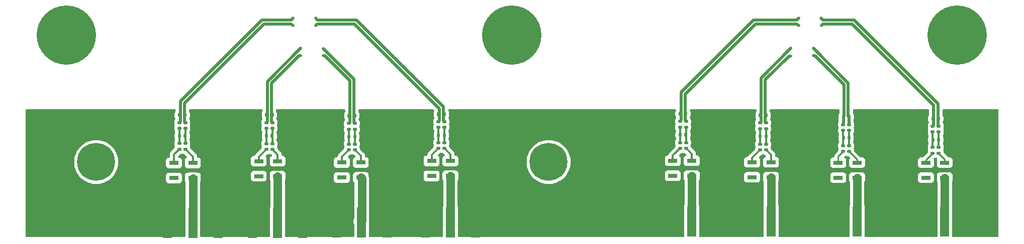
<source format=gbr>
%TF.GenerationSoftware,KiCad,Pcbnew,6.0.7-f9a2dced07~116~ubuntu22.04.1*%
%TF.CreationDate,2022-08-01T15:08:56-07:00*%
%TF.ProjectId,RFSoC_Frontend,5246536f-435f-4467-926f-6e74656e642e,rev?*%
%TF.SameCoordinates,Original*%
%TF.FileFunction,Copper,L1,Top*%
%TF.FilePolarity,Positive*%
%FSLAX46Y46*%
G04 Gerber Fmt 4.6, Leading zero omitted, Abs format (unit mm)*
G04 Created by KiCad (PCBNEW 6.0.7-f9a2dced07~116~ubuntu22.04.1) date 2022-08-01 15:08:56*
%MOMM*%
%LPD*%
G01*
G04 APERTURE LIST*
G04 Aperture macros list*
%AMRoundRect*
0 Rectangle with rounded corners*
0 $1 Rounding radius*
0 $2 $3 $4 $5 $6 $7 $8 $9 X,Y pos of 4 corners*
0 Add a 4 corners polygon primitive as box body*
4,1,4,$2,$3,$4,$5,$6,$7,$8,$9,$2,$3,0*
0 Add four circle primitives for the rounded corners*
1,1,$1+$1,$2,$3*
1,1,$1+$1,$4,$5*
1,1,$1+$1,$6,$7*
1,1,$1+$1,$8,$9*
0 Add four rect primitives between the rounded corners*
20,1,$1+$1,$2,$3,$4,$5,0*
20,1,$1+$1,$4,$5,$6,$7,0*
20,1,$1+$1,$6,$7,$8,$9,0*
20,1,$1+$1,$8,$9,$2,$3,0*%
G04 Aperture macros list end*
%TA.AperFunction,SMDPad,CuDef*%
%ADD10RoundRect,0.147500X0.172500X-0.147500X0.172500X0.147500X-0.172500X0.147500X-0.172500X-0.147500X0*%
%TD*%
%TA.AperFunction,SMDPad,CuDef*%
%ADD11R,1.500000X5.080000*%
%TD*%
%TA.AperFunction,SMDPad,CuDef*%
%ADD12RoundRect,0.147500X0.147500X0.172500X-0.147500X0.172500X-0.147500X-0.172500X0.147500X-0.172500X0*%
%TD*%
%TA.AperFunction,SMDPad,CuDef*%
%ADD13RoundRect,0.147500X-0.147500X-0.172500X0.147500X-0.172500X0.147500X0.172500X-0.147500X0.172500X0*%
%TD*%
%TA.AperFunction,SMDPad,CuDef*%
%ADD14R,1.650000X0.760000*%
%TD*%
%TA.AperFunction,ComponentPad*%
%ADD15C,10.000000*%
%TD*%
%TA.AperFunction,ComponentPad*%
%ADD16C,6.400000*%
%TD*%
%TA.AperFunction,ViaPad*%
%ADD17C,0.508000*%
%TD*%
%TA.AperFunction,Conductor*%
%ADD18C,1.422400*%
%TD*%
%TA.AperFunction,Conductor*%
%ADD19C,0.250000*%
%TD*%
%TA.AperFunction,Conductor*%
%ADD20C,0.537362*%
%TD*%
%TA.AperFunction,Conductor*%
%ADD21C,0.370586*%
%TD*%
%TA.AperFunction,Conductor*%
%ADD22C,0.342595*%
%TD*%
G04 APERTURE END LIST*
D10*
%TO.P,C1,1*%
%TO.N,Net-(C1-Pad1)*%
X231907684Y-99931752D03*
%TO.P,C1,2*%
%TO.N,Net-(C1-Pad2)*%
X231907684Y-98961752D03*
%TD*%
%TO.P,C2,1*%
%TO.N,Net-(C2-Pad1)*%
X230891684Y-99931752D03*
%TO.P,C2,2*%
%TO.N,Net-(C2-Pad2)*%
X230891684Y-98961752D03*
%TD*%
%TO.P,C3,1*%
%TO.N,Net-(C3-Pad1)*%
X216825684Y-99655752D03*
%TO.P,C3,2*%
%TO.N,Net-(C3-Pad2)*%
X216825684Y-98685752D03*
%TD*%
%TO.P,C4,1*%
%TO.N,Net-(C4-Pad1)*%
X215809684Y-99655752D03*
%TO.P,C4,2*%
%TO.N,Net-(C4-Pad2)*%
X215809684Y-98685752D03*
%TD*%
%TO.P,C5,1*%
%TO.N,Net-(C5-Pad1)*%
X189346284Y-99116352D03*
%TO.P,C5,2*%
%TO.N,Net-(C5-Pad2)*%
X189346284Y-98146352D03*
%TD*%
%TO.P,C6,1*%
%TO.N,Net-(C6-Pad1)*%
X188330284Y-99116352D03*
%TO.P,C6,2*%
%TO.N,Net-(C6-Pad2)*%
X188330284Y-98146352D03*
%TD*%
%TO.P,C7,1*%
%TO.N,Net-(C7-Pad1)*%
X202830284Y-99376352D03*
%TO.P,C7,2*%
%TO.N,Net-(C7-Pad2)*%
X202830284Y-98406352D03*
%TD*%
%TO.P,C8,1*%
%TO.N,Net-(C8-Pad1)*%
X201814284Y-99376352D03*
%TO.P,C8,2*%
%TO.N,Net-(C8-Pad2)*%
X201814284Y-98406352D03*
%TD*%
%TO.P,C9,1*%
%TO.N,Net-(C9-Pad1)*%
X133563984Y-99360552D03*
%TO.P,C9,2*%
%TO.N,Net-(C9-Pad2)*%
X133563984Y-98390552D03*
%TD*%
%TO.P,C10,1*%
%TO.N,Net-(C10-Pad1)*%
X132547984Y-99360552D03*
%TO.P,C10,2*%
%TO.N,Net-(C10-Pad2)*%
X132547984Y-98390552D03*
%TD*%
%TO.P,C11,1*%
%TO.N,Net-(C11-Pad1)*%
X105015184Y-99258952D03*
%TO.P,C11,2*%
%TO.N,Net-(C11-Pad2)*%
X105015184Y-98288952D03*
%TD*%
%TO.P,C12,1*%
%TO.N,Net-(C12-Pad1)*%
X103999184Y-99258952D03*
%TO.P,C12,2*%
%TO.N,Net-(C12-Pad2)*%
X103999184Y-98288952D03*
%TD*%
%TO.P,C13,1*%
%TO.N,Net-(C13-Pad1)*%
X119670184Y-99314952D03*
%TO.P,C13,2*%
%TO.N,Net-(C13-Pad2)*%
X119670184Y-98344952D03*
%TD*%
%TO.P,C14,1*%
%TO.N,Net-(C14-Pad1)*%
X118654184Y-99314952D03*
%TO.P,C14,2*%
%TO.N,Net-(C14-Pad2)*%
X118654184Y-98344952D03*
%TD*%
%TO.P,C15,1*%
%TO.N,Net-(C15-Pad1)*%
X148651584Y-99106552D03*
%TO.P,C15,2*%
%TO.N,Net-(C15-Pad2)*%
X148651584Y-98136552D03*
%TD*%
%TO.P,C16,1*%
%TO.N,Net-(C16-Pad1)*%
X147635584Y-99106552D03*
%TO.P,C16,2*%
%TO.N,Net-(C16-Pad2)*%
X147635584Y-98136552D03*
%TD*%
D11*
%TO.P,J1,1,In*%
%TO.N,Net-(J1-Pad1)*%
X232923684Y-111430052D03*
%TO.P,J1,2,Ext*%
%TO.N,GND*%
X228673684Y-111430052D03*
X237173684Y-111430052D03*
%TD*%
%TO.P,J2,1,In*%
%TO.N,Net-(J2-Pad1)*%
X218159184Y-111430052D03*
%TO.P,J2,2,Ext*%
%TO.N,GND*%
X213909184Y-111430052D03*
X222409184Y-111430052D03*
%TD*%
%TO.P,J3,1,In*%
%TO.N,Net-(J3-Pad1)*%
X190298784Y-111430052D03*
%TO.P,J3,2,Ext*%
%TO.N,GND*%
X186048784Y-111430052D03*
X194548784Y-111430052D03*
%TD*%
%TO.P,J4,1,In*%
%TO.N,Net-(J4-Pad1)*%
X203655784Y-111430052D03*
%TO.P,J4,2,Ext*%
%TO.N,GND*%
X199405784Y-111430052D03*
X207905784Y-111430052D03*
%TD*%
%TO.P,J6,1,In*%
%TO.N,Net-(J6-Pad1)*%
X134706984Y-111603552D03*
%TO.P,J6,2,Ext*%
%TO.N,GND*%
X138956984Y-111603552D03*
X130456984Y-111603552D03*
%TD*%
%TO.P,J7,1,In*%
%TO.N,Net-(J7-Pad1)*%
X106272484Y-111755952D03*
%TO.P,J7,2,Ext*%
%TO.N,GND*%
X110522484Y-111755952D03*
X102022484Y-111755952D03*
%TD*%
%TO.P,J8,1,In*%
%TO.N,Net-(J8-Pad1)*%
X120559184Y-111755952D03*
%TO.P,J8,2,Ext*%
%TO.N,GND*%
X124809184Y-111755952D03*
X116309184Y-111755952D03*
%TD*%
%TO.P,J5,1,In*%
%TO.N,Net-(J5-Pad1)*%
X149667584Y-111603552D03*
%TO.P,J5,2,Ext*%
%TO.N,GND*%
X145417584Y-111603552D03*
X153917584Y-111603552D03*
%TD*%
D12*
%TO.P,R1,1*%
%TO.N,ADC_A0_N*%
X231882684Y-94084752D03*
%TO.P,R1,2*%
%TO.N,ADC_A0_P*%
X230912684Y-94084752D03*
%TD*%
%TO.P,R2,1*%
%TO.N,ADC_A1_N*%
X216804684Y-93808752D03*
%TO.P,R2,2*%
%TO.N,ADC_A1_P*%
X215834684Y-93808752D03*
%TD*%
%TO.P,R3,1*%
%TO.N,ADC_B0_P*%
X189321284Y-93269352D03*
%TO.P,R3,2*%
%TO.N,ADC_B0_N*%
X188351284Y-93269352D03*
%TD*%
%TO.P,R4,1*%
%TO.N,ADC_B1_P*%
X202809284Y-93529352D03*
%TO.P,R4,2*%
%TO.N,ADC_B1_N*%
X201839284Y-93529352D03*
%TD*%
D10*
%TO.P,R5,1*%
%TO.N,Net-(C1-Pad2)*%
X231907684Y-96345752D03*
%TO.P,R5,2*%
%TO.N,ADC_A0_N*%
X231907684Y-95375752D03*
%TD*%
%TO.P,R6,1*%
%TO.N,Net-(C2-Pad2)*%
X230891684Y-96345752D03*
%TO.P,R6,2*%
%TO.N,ADC_A0_P*%
X230891684Y-95375752D03*
%TD*%
%TO.P,R7,1*%
%TO.N,Net-(C3-Pad2)*%
X216825684Y-96069752D03*
%TO.P,R7,2*%
%TO.N,ADC_A1_N*%
X216825684Y-95099752D03*
%TD*%
%TO.P,R8,1*%
%TO.N,Net-(C4-Pad2)*%
X215809684Y-96069752D03*
%TO.P,R8,2*%
%TO.N,ADC_A1_P*%
X215809684Y-95099752D03*
%TD*%
%TO.P,R9,1*%
%TO.N,Net-(C5-Pad2)*%
X189346284Y-95530352D03*
%TO.P,R9,2*%
%TO.N,ADC_B0_P*%
X189346284Y-94560352D03*
%TD*%
%TO.P,R10,1*%
%TO.N,Net-(C6-Pad2)*%
X188330284Y-95530352D03*
%TO.P,R10,2*%
%TO.N,ADC_B0_N*%
X188330284Y-94560352D03*
%TD*%
%TO.P,R11,1*%
%TO.N,Net-(C7-Pad2)*%
X202830284Y-95790352D03*
%TO.P,R11,2*%
%TO.N,ADC_B1_P*%
X202830284Y-94820352D03*
%TD*%
%TO.P,R12,1*%
%TO.N,Net-(C8-Pad2)*%
X201814284Y-95790352D03*
%TO.P,R12,2*%
%TO.N,ADC_B1_N*%
X201814284Y-94820352D03*
%TD*%
D12*
%TO.P,R13,1*%
%TO.N,Net-(C1-Pad2)*%
X231886684Y-97640752D03*
%TO.P,R13,2*%
%TO.N,Net-(C2-Pad2)*%
X230916684Y-97640752D03*
%TD*%
%TO.P,R14,1*%
%TO.N,Net-(C3-Pad2)*%
X216800684Y-97364752D03*
%TO.P,R14,2*%
%TO.N,Net-(C4-Pad2)*%
X215830684Y-97364752D03*
%TD*%
%TO.P,R15,1*%
%TO.N,Net-(C5-Pad2)*%
X189321284Y-96825352D03*
%TO.P,R15,2*%
%TO.N,Net-(C6-Pad2)*%
X188351284Y-96825352D03*
%TD*%
%TO.P,R16,1*%
%TO.N,Net-(C7-Pad2)*%
X202805284Y-97085352D03*
%TO.P,R16,2*%
%TO.N,Net-(C8-Pad2)*%
X201835284Y-97085352D03*
%TD*%
D13*
%TO.P,R17,1*%
%TO.N,Net-(C10-Pad2)*%
X132568984Y-97125552D03*
%TO.P,R17,2*%
%TO.N,Net-(C9-Pad2)*%
X133538984Y-97125552D03*
%TD*%
%TO.P,R18,1*%
%TO.N,Net-(C12-Pad2)*%
X104024184Y-97023952D03*
%TO.P,R18,2*%
%TO.N,Net-(C11-Pad2)*%
X104994184Y-97023952D03*
%TD*%
%TO.P,R19,1*%
%TO.N,Net-(C14-Pad2)*%
X118675184Y-97023952D03*
%TO.P,R19,2*%
%TO.N,Net-(C13-Pad2)*%
X119645184Y-97023952D03*
%TD*%
%TO.P,R20,1*%
%TO.N,Net-(C16-Pad2)*%
X147656584Y-96871552D03*
%TO.P,R20,2*%
%TO.N,Net-(C15-Pad2)*%
X148626584Y-96871552D03*
%TD*%
D10*
%TO.P,R21,1*%
%TO.N,Net-(C9-Pad2)*%
X133563984Y-95881352D03*
%TO.P,R21,2*%
%TO.N,DAC_B0_N*%
X133563984Y-94911352D03*
%TD*%
%TO.P,R22,1*%
%TO.N,Net-(C10-Pad2)*%
X132547984Y-95881352D03*
%TO.P,R22,2*%
%TO.N,DAC_B0_P*%
X132547984Y-94911352D03*
%TD*%
%TO.P,R23,1*%
%TO.N,Net-(C11-Pad2)*%
X105015184Y-95732952D03*
%TO.P,R23,2*%
%TO.N,DAC_A1_P*%
X105015184Y-94762952D03*
%TD*%
%TO.P,R24,1*%
%TO.N,Net-(C12-Pad2)*%
X103999184Y-95732952D03*
%TO.P,R24,2*%
%TO.N,DAC_A1_N*%
X103999184Y-94762952D03*
%TD*%
%TO.P,R25,1*%
%TO.N,Net-(C13-Pad2)*%
X119670184Y-95728952D03*
%TO.P,R25,2*%
%TO.N,DAC_A0_P*%
X119670184Y-94758952D03*
%TD*%
%TO.P,R26,1*%
%TO.N,Net-(C14-Pad2)*%
X118654184Y-95728952D03*
%TO.P,R26,2*%
%TO.N,DAC_A0_N*%
X118654184Y-94758952D03*
%TD*%
%TO.P,R27,1*%
%TO.N,Net-(C15-Pad2)*%
X148651584Y-95576552D03*
%TO.P,R27,2*%
%TO.N,DAC_B1_N*%
X148651584Y-94606552D03*
%TD*%
%TO.P,R28,1*%
%TO.N,Net-(C16-Pad2)*%
X147635584Y-95576552D03*
%TO.P,R28,2*%
%TO.N,DAC_B1_P*%
X147635584Y-94606552D03*
%TD*%
D13*
%TO.P,R29,1*%
%TO.N,DAC_B0_P*%
X132568984Y-93569552D03*
%TO.P,R29,2*%
%TO.N,DAC_B0_N*%
X133538984Y-93569552D03*
%TD*%
%TO.P,R30,1*%
%TO.N,DAC_A1_N*%
X104020184Y-93467952D03*
%TO.P,R30,2*%
%TO.N,DAC_A1_P*%
X104990184Y-93467952D03*
%TD*%
%TO.P,R31,1*%
%TO.N,DAC_A0_N*%
X118679184Y-93467952D03*
%TO.P,R31,2*%
%TO.N,DAC_A0_P*%
X119649184Y-93467952D03*
%TD*%
%TO.P,R32,1*%
%TO.N,DAC_B1_P*%
X147656584Y-93315552D03*
%TO.P,R32,2*%
%TO.N,DAC_B1_N*%
X148626584Y-93315552D03*
%TD*%
D14*
%TO.P,U1,1,NC*%
%TO.N,unconnected-(U1-Pad1)*%
X229743684Y-104074052D03*
%TO.P,U1,2,1*%
%TO.N,GND*%
X229743684Y-102804052D03*
%TO.P,U1,3,2*%
%TO.N,Net-(C2-Pad1)*%
X229743684Y-101534052D03*
%TO.P,U1,4,2_dot*%
%TO.N,Net-(C1-Pad1)*%
X232923684Y-101534052D03*
%TO.P,U1,5,GND*%
%TO.N,GND*%
X232923684Y-102804052D03*
%TO.P,U1,6,1_dot*%
%TO.N,Net-(J1-Pad1)*%
X232923684Y-104074052D03*
%TD*%
%TO.P,U2,6,1_dot*%
%TO.N,Net-(J2-Pad1)*%
X218159184Y-104074052D03*
%TO.P,U2,5,GND*%
%TO.N,GND*%
X218159184Y-102804052D03*
%TO.P,U2,4,2_dot*%
%TO.N,Net-(C3-Pad1)*%
X218159184Y-101534052D03*
%TO.P,U2,3,2*%
%TO.N,Net-(C4-Pad1)*%
X214979184Y-101534052D03*
%TO.P,U2,2,1*%
%TO.N,GND*%
X214979184Y-102804052D03*
%TO.P,U2,1,NC*%
%TO.N,unconnected-(U2-Pad1)*%
X214979184Y-104074052D03*
%TD*%
%TO.P,U3,1,NC*%
%TO.N,unconnected-(U3-Pad1)*%
X187118777Y-103746853D03*
%TO.P,U3,2,1*%
%TO.N,GND*%
X187118777Y-102476853D03*
%TO.P,U3,3,2*%
%TO.N,Net-(C6-Pad1)*%
X187118777Y-101206853D03*
%TO.P,U3,4,2_dot*%
%TO.N,Net-(C5-Pad1)*%
X190298777Y-101206853D03*
%TO.P,U3,5,GND*%
%TO.N,GND*%
X190298777Y-102476853D03*
%TO.P,U3,6,1_dot*%
%TO.N,Net-(J3-Pad1)*%
X190298777Y-103746853D03*
%TD*%
%TO.P,U4,1,NC*%
%TO.N,unconnected-(U4-Pad1)*%
X200475784Y-104006852D03*
%TO.P,U4,2,1*%
%TO.N,GND*%
X200475784Y-102736852D03*
%TO.P,U4,3,2*%
%TO.N,Net-(C8-Pad1)*%
X200475784Y-101466852D03*
%TO.P,U4,4,2_dot*%
%TO.N,Net-(C7-Pad1)*%
X203655784Y-101466852D03*
%TO.P,U4,5,GND*%
%TO.N,GND*%
X203655784Y-102736852D03*
%TO.P,U4,6,1_dot*%
%TO.N,Net-(J4-Pad1)*%
X203655784Y-104006852D03*
%TD*%
%TO.P,U5,1,NC*%
%TO.N,unconnected-(U5-Pad1)*%
X131374584Y-104034352D03*
%TO.P,U5,2,1*%
%TO.N,GND*%
X131374584Y-102764352D03*
%TO.P,U5,3,2*%
%TO.N,Net-(C10-Pad1)*%
X131374584Y-101494352D03*
%TO.P,U5,4,2_dot*%
%TO.N,Net-(C9-Pad1)*%
X134554584Y-101494352D03*
%TO.P,U5,5,GND*%
%TO.N,GND*%
X134554584Y-102764352D03*
%TO.P,U5,6,1_dot*%
%TO.N,Net-(J6-Pad1)*%
X134554584Y-104034352D03*
%TD*%
%TO.P,U6,1,NC*%
%TO.N,unconnected-(U6-Pad1)*%
X103092484Y-104110552D03*
%TO.P,U6,2,1*%
%TO.N,GND*%
X103092484Y-102840552D03*
%TO.P,U6,3,2*%
%TO.N,Net-(C12-Pad1)*%
X103092484Y-101570552D03*
%TO.P,U6,4,2_dot*%
%TO.N,Net-(C11-Pad1)*%
X106272484Y-101570552D03*
%TO.P,U6,5,GND*%
%TO.N,GND*%
X106272484Y-102840552D03*
%TO.P,U6,6,1_dot*%
%TO.N,Net-(J7-Pad1)*%
X106272484Y-104110552D03*
%TD*%
%TO.P,U7,1,NC*%
%TO.N,unconnected-(U7-Pad1)*%
X117379184Y-103818452D03*
%TO.P,U7,2,1*%
%TO.N,GND*%
X117379184Y-102548452D03*
%TO.P,U7,3,2*%
%TO.N,Net-(C14-Pad1)*%
X117379184Y-101278452D03*
%TO.P,U7,4,2_dot*%
%TO.N,Net-(C13-Pad1)*%
X120559184Y-101278452D03*
%TO.P,U7,5,GND*%
%TO.N,GND*%
X120559184Y-102548452D03*
%TO.P,U7,6,1_dot*%
%TO.N,Net-(J8-Pad1)*%
X120559184Y-103818452D03*
%TD*%
%TO.P,U8,1,NC*%
%TO.N,unconnected-(U8-Pad1)*%
X146487584Y-103780352D03*
%TO.P,U8,2,1*%
%TO.N,GND*%
X146487584Y-102510352D03*
%TO.P,U8,3,2*%
%TO.N,Net-(C16-Pad1)*%
X146487584Y-101240352D03*
%TO.P,U8,4,2_dot*%
%TO.N,Net-(C15-Pad1)*%
X149667584Y-101240352D03*
%TO.P,U8,5,GND*%
%TO.N,GND*%
X149667584Y-102510352D03*
%TO.P,U8,6,1_dot*%
%TO.N,Net-(J5-Pad1)*%
X149667584Y-103780352D03*
%TD*%
D15*
%TO.P,e1,*%
%TO.N,GND*%
X160000000Y-80000000D03*
%TD*%
D16*
%TO.P,REF\u002A\u002A,1*%
%TO.N,N/C*%
X90004184Y-101430052D03*
%TD*%
%TO.P,REF\u002A\u002A,1*%
%TO.N,N/C*%
X166204184Y-101430052D03*
%TD*%
D15*
%TO.P,e,*%
%TO.N,GND*%
X235000000Y-80000000D03*
%TD*%
%TO.P,e2,*%
%TO.N,GND*%
X85000000Y-80000000D03*
%TD*%
D17*
%TO.N,GND*%
X196699984Y-111904052D03*
X153699984Y-107904052D03*
X114699984Y-109904052D03*
X128699984Y-109904052D03*
X108699984Y-107904052D03*
X224699984Y-107904052D03*
X136699984Y-107904052D03*
X183699984Y-107904052D03*
X99699984Y-107904052D03*
X235699984Y-107904052D03*
X193699984Y-107904052D03*
X140699984Y-111904052D03*
X196699984Y-109904052D03*
X143699984Y-111904052D03*
X151699984Y-107904052D03*
X147699984Y-107904052D03*
X215699984Y-107904052D03*
X128699984Y-107904052D03*
X124699984Y-107904052D03*
X114699984Y-107904052D03*
X130699984Y-107904052D03*
X188699984Y-107904052D03*
X209699984Y-107904052D03*
X155699984Y-111904052D03*
X99699984Y-111904052D03*
X195699984Y-107904052D03*
X183699984Y-111904052D03*
X197699984Y-107904052D03*
X191699984Y-107904052D03*
X140699984Y-107904052D03*
X239699984Y-109904052D03*
X186699984Y-107904052D03*
X143699984Y-107904052D03*
X226699984Y-111904052D03*
X155699984Y-109904052D03*
X239699984Y-111904052D03*
X112699984Y-109904052D03*
X211699984Y-109904052D03*
X116699984Y-107904052D03*
X101699984Y-107904052D03*
X209699984Y-109904052D03*
X211699984Y-107904052D03*
X128699984Y-111904052D03*
X201699984Y-107904052D03*
X145699984Y-107904052D03*
X114699984Y-111904052D03*
X220699984Y-107904052D03*
X143699984Y-109904052D03*
X138699984Y-107904052D03*
X213699984Y-107904052D03*
X140699984Y-109904052D03*
X237699984Y-107904052D03*
X126699984Y-109904052D03*
X224699984Y-109904052D03*
X224699984Y-111904052D03*
X118699984Y-107904052D03*
X112699984Y-107904052D03*
X155699984Y-107904052D03*
X122699984Y-107904052D03*
X230699984Y-107904052D03*
X226699984Y-109904052D03*
X222699984Y-107904052D03*
X99699984Y-109904052D03*
X110699984Y-107904052D03*
X132699984Y-107904052D03*
X112699984Y-111904052D03*
X126699984Y-107904052D03*
X239699984Y-107904052D03*
X207699984Y-107904052D03*
X183699984Y-109904052D03*
X211699984Y-111904052D03*
X209699984Y-111904052D03*
X103699984Y-107904052D03*
X228699984Y-107904052D03*
X226699984Y-107904052D03*
X199699984Y-107904052D03*
X126699984Y-111904052D03*
%TO.N,ADC_A0_P*%
X212126936Y-78404052D03*
%TO.N,ADC_A0_N*%
X212099984Y-77104052D03*
%TO.N,ADC_A1_P*%
X210799984Y-83404052D03*
%TO.N,ADC_A1_N*%
X210799984Y-82204052D03*
%TO.N,ADC_B0_N*%
X208295784Y-77104052D03*
%TO.N,ADC_B0_P*%
X208299984Y-78404052D03*
%TO.N,ADC_B1_N*%
X207021536Y-82204052D03*
%TO.N,ADC_B1_P*%
X206999984Y-83504052D03*
%TO.N,DAC_B0_N*%
X128224600Y-82235200D03*
%TO.N,DAC_B0_P*%
X128224600Y-83479800D03*
%TO.N,DAC_A1_P*%
X123144600Y-78399800D03*
%TO.N,DAC_A1_N*%
X123144600Y-77129800D03*
%TO.N,DAC_A0_P*%
X124399984Y-83404052D03*
%TO.N,DAC_A0_N*%
X124414600Y-82209800D03*
%TO.N,DAC_B1_N*%
X126954600Y-77129800D03*
%TO.N,DAC_B1_P*%
X126954600Y-78399800D03*
%TD*%
D18*
%TO.N,Net-(J6-Pad1)*%
X134554584Y-104034352D02*
X134721600Y-104201368D01*
X134721600Y-104201368D02*
X134721600Y-111284136D01*
X134721600Y-111284136D02*
X134554584Y-111451152D01*
D19*
X134554584Y-111451152D02*
X134706984Y-111603552D01*
D18*
%TO.N,Net-(J3-Pad1)*%
X190298777Y-103746853D02*
X190298777Y-111430045D01*
X190298777Y-111430045D02*
X190298784Y-111430052D01*
%TO.N,Net-(J4-Pad1)*%
X203655784Y-104006852D02*
X203655784Y-111430052D01*
%TO.N,Net-(J2-Pad1)*%
X218159184Y-104074052D02*
X218159184Y-111430052D01*
%TO.N,Net-(J1-Pad1)*%
X232923684Y-104074052D02*
X232923684Y-111430052D01*
%TO.N,Net-(J5-Pad1)*%
X149667584Y-103780352D02*
X149667584Y-111603552D01*
%TO.N,Net-(J8-Pad1)*%
X120559184Y-103818452D02*
X120559184Y-111755952D01*
D19*
%TO.N,Net-(J7-Pad1)*%
X106272484Y-104113484D02*
X106299000Y-104140000D01*
X106272484Y-104110552D02*
X106272484Y-104113484D01*
X106299000Y-104140000D02*
X106272484Y-104166516D01*
D18*
X106272484Y-104166516D02*
X106272484Y-111755952D01*
D19*
%TO.N,Net-(J6-Pad1)*%
X134706984Y-104186752D02*
X134554584Y-104034352D01*
D20*
%TO.N,ADC_A1_P*%
X215834684Y-93808752D02*
X215966453Y-93676983D01*
X215966453Y-93676983D02*
X215966453Y-88363953D01*
X215966453Y-88363953D02*
X211006552Y-83404052D01*
X211006552Y-83404052D02*
X210799984Y-83404052D01*
%TO.N,ADC_A1_N*%
X216804684Y-93808752D02*
X216668915Y-93672983D01*
X216668915Y-93672983D02*
X216668915Y-88072983D01*
X216668915Y-88072983D02*
X210799984Y-82204052D01*
X216804684Y-93808752D02*
X216804684Y-95078752D01*
X216804684Y-95078752D02*
X216825684Y-95099752D01*
%TO.N,ADC_A1_P*%
X215834684Y-93808752D02*
X215834684Y-95074752D01*
X215834684Y-95074752D02*
X215809684Y-95099752D01*
%TO.N,DAC_A1_P*%
X104858415Y-94606183D02*
X104858415Y-91472301D01*
X118214685Y-78116031D02*
X122860831Y-78116031D01*
%TO.N,DAC_A1_N*%
X104155953Y-94606183D02*
X104155953Y-91181331D01*
X117923715Y-77413569D02*
X122860831Y-77413569D01*
X122860831Y-77413569D02*
X123144600Y-77129800D01*
%TO.N,DAC_A1_P*%
X105015184Y-94762952D02*
X104858415Y-94606183D01*
X104858415Y-91472301D02*
X118214685Y-78116031D01*
%TO.N,DAC_A1_N*%
X103999184Y-94762952D02*
X104155953Y-94606183D01*
%TO.N,DAC_A1_P*%
X122860831Y-78116031D02*
X123144600Y-78399800D01*
%TO.N,DAC_A1_N*%
X104155953Y-91181331D02*
X117923715Y-77413569D01*
%TO.N,DAC_A0_P*%
X119670184Y-94758952D02*
X119513415Y-94602183D01*
X119513415Y-94602183D02*
X119513415Y-88104417D01*
X119513415Y-88104417D02*
X124213780Y-83404052D01*
X124213780Y-83404052D02*
X124399984Y-83404052D01*
%TO.N,DAC_A0_N*%
X118654184Y-94758952D02*
X118810953Y-94602183D01*
X118810953Y-94602183D02*
X118810953Y-87813447D01*
X118810953Y-87813447D02*
X124414600Y-82209800D01*
%TO.N,DAC_B0_P*%
X132568984Y-93569552D02*
X132702753Y-93435783D01*
X132702753Y-93435783D02*
X132702753Y-87706785D01*
X132702753Y-87706785D02*
X128475768Y-83479800D01*
X128475768Y-83479800D02*
X128224600Y-83479800D01*
%TO.N,DAC_B0_N*%
X133538984Y-93569552D02*
X133405215Y-93435783D01*
X133405215Y-93435783D02*
X133405215Y-87415815D01*
X133405215Y-87415815D02*
X128224600Y-82235200D01*
%TO.N,DAC_B0_P*%
X132547984Y-94911352D02*
X132704753Y-94754583D01*
X132704753Y-94754583D02*
X132704753Y-93515935D01*
%TO.N,DAC_B0_N*%
X133563984Y-94911352D02*
X133407215Y-94754583D01*
X133407215Y-94754583D02*
X133407215Y-93515935D01*
%TO.N,DAC_B1_P*%
X147792353Y-92409069D02*
X133499315Y-78116031D01*
X147635584Y-94606552D02*
X147792353Y-94449783D01*
X147792353Y-94449783D02*
X147792353Y-92409069D01*
X133499315Y-78116031D02*
X127238369Y-78116031D01*
X127238369Y-78116031D02*
X126954600Y-78399800D01*
%TO.N,DAC_B1_N*%
X148651584Y-94606552D02*
X148494815Y-94449783D01*
X148494815Y-94449783D02*
X148494815Y-92118099D01*
X148494815Y-92118099D02*
X133790285Y-77413569D01*
X133790285Y-77413569D02*
X127238369Y-77413569D01*
X127238369Y-77413569D02*
X126954600Y-77129800D01*
%TO.N,ADC_B0_P*%
X189346284Y-94560352D02*
X189189515Y-94403583D01*
X207999115Y-78103183D02*
X208299984Y-78404052D01*
%TO.N,ADC_B0_N*%
X188487053Y-89654231D02*
X200740563Y-77400721D01*
X200740563Y-77400721D02*
X207999115Y-77400721D01*
%TO.N,ADC_B0_P*%
X189189515Y-94403583D02*
X189189515Y-89945201D01*
X189189515Y-89945201D02*
X201031533Y-78103183D01*
X201031533Y-78103183D02*
X207999115Y-78103183D01*
%TO.N,ADC_B0_N*%
X188330284Y-94560352D02*
X188487053Y-94403583D01*
X188487053Y-94403583D02*
X188487053Y-89654231D01*
X207999115Y-77400721D02*
X208295784Y-77104052D01*
%TO.N,ADC_A0_P*%
X231048453Y-91845169D02*
X217322043Y-78118759D01*
X212412229Y-78118759D02*
X212126936Y-78404052D01*
X230891684Y-95375752D02*
X231048453Y-95218983D01*
%TO.N,ADC_A0_N*%
X212412229Y-77416297D02*
X212099984Y-77104052D01*
%TO.N,ADC_A0_P*%
X231048453Y-95218983D02*
X231048453Y-91845169D01*
X217322043Y-78118759D02*
X212412229Y-78118759D01*
%TO.N,ADC_A0_N*%
X231750915Y-91554199D02*
X217613013Y-77416297D01*
X231907684Y-95375752D02*
X231750915Y-95218983D01*
X231750915Y-95218983D02*
X231750915Y-91554199D01*
X217613013Y-77416297D02*
X212412229Y-77416297D01*
%TO.N,ADC_B1_P*%
X202809284Y-93529352D02*
X202675515Y-93395583D01*
X202675515Y-93395583D02*
X202675515Y-87543505D01*
X202675515Y-87543505D02*
X206714968Y-83504052D01*
X206714968Y-83504052D02*
X206999984Y-83504052D01*
%TO.N,ADC_B1_N*%
X201839284Y-93529352D02*
X201973053Y-93395583D01*
X201973053Y-93395583D02*
X201973053Y-87252535D01*
X201973053Y-87252535D02*
X207021536Y-82204052D01*
%TO.N,ADC_B1_P*%
X202830284Y-94820352D02*
X202673515Y-94663583D01*
X202673515Y-94663583D02*
X202673515Y-93725555D01*
%TO.N,ADC_B1_N*%
X201814284Y-94820352D02*
X201971053Y-94663583D01*
X201971053Y-94663583D02*
X201971053Y-93725555D01*
D21*
%TO.N,Net-(C1-Pad2)*%
X231907684Y-98966752D02*
X231907684Y-96370752D01*
D19*
%TO.N,Net-(C1-Pad1)*%
X232923684Y-100947752D02*
X231907684Y-99931752D01*
X232923684Y-101534052D02*
X232923684Y-100947752D01*
D21*
%TO.N,Net-(C2-Pad2)*%
X230891684Y-96370752D02*
X230891684Y-98966752D01*
D19*
%TO.N,Net-(C2-Pad1)*%
X229743684Y-101534052D02*
X229743684Y-101079752D01*
X229743684Y-101079752D02*
X230891684Y-99931752D01*
D21*
%TO.N,Net-(C3-Pad2)*%
X216825684Y-98690752D02*
X216825684Y-96094752D01*
D19*
%TO.N,Net-(C3-Pad1)*%
X218159184Y-100989252D02*
X216825684Y-99655752D01*
X218159184Y-101534052D02*
X218159184Y-100989252D01*
D21*
%TO.N,Net-(C4-Pad2)*%
X215809684Y-96094752D02*
X215809684Y-98690752D01*
D19*
%TO.N,Net-(C4-Pad1)*%
X214979184Y-101534052D02*
X214979184Y-100486252D01*
X214979184Y-100486252D02*
X215809684Y-99655752D01*
D21*
%TO.N,Net-(C5-Pad2)*%
X189346284Y-98151352D02*
X189346284Y-95555352D01*
%TO.N,Net-(C5-Pad1)*%
X190298784Y-101206852D02*
X190298784Y-100063852D01*
X190298784Y-100063852D02*
X189346284Y-99111352D01*
%TO.N,Net-(C6-Pad2)*%
X188330284Y-98151352D02*
X188330284Y-95555352D01*
%TO.N,Net-(C6-Pad1)*%
X187118784Y-101206852D02*
X187118784Y-100322852D01*
X187118784Y-100322852D02*
X188330284Y-99111352D01*
%TO.N,Net-(C7-Pad2)*%
X202830284Y-98411352D02*
X202830284Y-95815352D01*
%TO.N,Net-(C7-Pad1)*%
X203655784Y-101466852D02*
X203655784Y-100196852D01*
X203655784Y-100196852D02*
X202830284Y-99371352D01*
%TO.N,Net-(C8-Pad2)*%
X201814284Y-98411352D02*
X201814284Y-95815352D01*
%TO.N,Net-(C8-Pad1)*%
X200475784Y-101466852D02*
X200475784Y-100709852D01*
X200475784Y-100709852D02*
X201814284Y-99371352D01*
%TO.N,Net-(C9-Pad2)*%
X133563984Y-98395552D02*
X133563984Y-95906352D01*
%TO.N,Net-(C9-Pad1)*%
X134554584Y-100346152D02*
X133563984Y-99355552D01*
X134554584Y-101494352D02*
X134554584Y-100346152D01*
%TO.N,Net-(C10-Pad2)*%
X132547984Y-95906352D02*
X132547984Y-98395552D01*
%TO.N,Net-(C10-Pad1)*%
X131374584Y-101494352D02*
X131374584Y-100528952D01*
X131374584Y-100528952D02*
X132547984Y-99355552D01*
%TO.N,Net-(C11-Pad2)*%
X105015184Y-95757952D02*
X105015184Y-98293952D01*
%TO.N,Net-(C11-Pad1)*%
X106272484Y-101570552D02*
X106272484Y-100511252D01*
X106272484Y-100511252D02*
X105015184Y-99253952D01*
%TO.N,Net-(C12-Pad2)*%
X103999184Y-98293952D02*
X103999184Y-95757952D01*
%TO.N,Net-(C12-Pad1)*%
X103092484Y-101570552D02*
X103092484Y-100160652D01*
X103092484Y-100160652D02*
X103999184Y-99253952D01*
%TO.N,Net-(C13-Pad2)*%
X119670184Y-98349952D02*
X119670184Y-95753952D01*
%TO.N,Net-(C13-Pad1)*%
X120559184Y-101278452D02*
X120559184Y-100198952D01*
X120559184Y-100198952D02*
X119670184Y-99309952D01*
%TO.N,Net-(C14-Pad2)*%
X118654184Y-98349952D02*
X118654184Y-95753952D01*
%TO.N,Net-(C14-Pad1)*%
X117379184Y-101278452D02*
X117379184Y-100584952D01*
X117379184Y-100584952D02*
X118654184Y-99309952D01*
%TO.N,Net-(C15-Pad2)*%
X148651584Y-95601552D02*
X148651584Y-98141552D01*
%TO.N,Net-(C15-Pad1)*%
X149667584Y-101240352D02*
X149667584Y-100117552D01*
X149667584Y-100117552D02*
X148651584Y-99101552D01*
%TO.N,Net-(C16-Pad2)*%
X147635584Y-95601552D02*
X147635584Y-98141552D01*
%TO.N,Net-(C16-Pad1)*%
X146487584Y-101240352D02*
X146487584Y-100249552D01*
X146487584Y-100249552D02*
X147635584Y-99101552D01*
%TO.N,ADC_A0_P*%
X230889684Y-94086752D02*
X230887684Y-94084752D01*
X230891684Y-94088752D02*
X230889684Y-94086752D01*
D22*
X230912684Y-94084752D02*
X230887684Y-94084752D01*
D21*
%TO.N,ADC_B1_P*%
X202834284Y-93529352D02*
X202830284Y-93533352D01*
X202832284Y-93527352D02*
X202834284Y-93529352D01*
%TD*%
%TA.AperFunction,Conductor*%
%TO.N,GND*%
G36*
X103320893Y-92540454D02*
G01*
X103367386Y-92594110D01*
X103378772Y-92646452D01*
X103378772Y-92811865D01*
X103358770Y-92879986D01*
X103354774Y-92885637D01*
X103350222Y-92890189D01*
X103265852Y-93032852D01*
X103263641Y-93040463D01*
X103263640Y-93040465D01*
X103253082Y-93076806D01*
X103219611Y-93192015D01*
X103219107Y-93198420D01*
X103219106Y-93198425D01*
X103216877Y-93226749D01*
X103216684Y-93229205D01*
X103216685Y-93706698D01*
X103219611Y-93743889D01*
X103265852Y-93903052D01*
X103344499Y-94036039D01*
X103361958Y-94104853D01*
X103339441Y-94172184D01*
X103325140Y-94189271D01*
X103304222Y-94210189D01*
X103300188Y-94217009D01*
X103300188Y-94217010D01*
X103241744Y-94315834D01*
X103219852Y-94352852D01*
X103217641Y-94360463D01*
X103217640Y-94360465D01*
X103208960Y-94390344D01*
X103173611Y-94512015D01*
X103173107Y-94518420D01*
X103173106Y-94518425D01*
X103170877Y-94546749D01*
X103170684Y-94549205D01*
X103170685Y-94976698D01*
X103173611Y-95013889D01*
X103188425Y-95064879D01*
X103216643Y-95162005D01*
X103219852Y-95173052D01*
X103226216Y-95183812D01*
X103243676Y-95252626D01*
X103226216Y-95312091D01*
X103219852Y-95322852D01*
X103217641Y-95330463D01*
X103217640Y-95330465D01*
X103209970Y-95356866D01*
X103173611Y-95482015D01*
X103173107Y-95488420D01*
X103173106Y-95488425D01*
X103170877Y-95516749D01*
X103170684Y-95519205D01*
X103170685Y-95946698D01*
X103173611Y-95983889D01*
X103202106Y-96081969D01*
X103216643Y-96132005D01*
X103219852Y-96143052D01*
X103223887Y-96149875D01*
X103287845Y-96258023D01*
X103305391Y-96322162D01*
X103305391Y-96494288D01*
X103287845Y-96558426D01*
X103273889Y-96582025D01*
X103269852Y-96588852D01*
X103267641Y-96596463D01*
X103267640Y-96596465D01*
X103257082Y-96632806D01*
X103223611Y-96748015D01*
X103223107Y-96754420D01*
X103223106Y-96754425D01*
X103220877Y-96782749D01*
X103220684Y-96785205D01*
X103220685Y-97262698D01*
X103223611Y-97299889D01*
X103269852Y-97459052D01*
X103273888Y-97465876D01*
X103273889Y-97465879D01*
X103287845Y-97489478D01*
X103305391Y-97553616D01*
X103305391Y-97699742D01*
X103287845Y-97763881D01*
X103227033Y-97866709D01*
X103219852Y-97878852D01*
X103217641Y-97886463D01*
X103217640Y-97886465D01*
X103207082Y-97922806D01*
X103173611Y-98038015D01*
X103173107Y-98044420D01*
X103173106Y-98044425D01*
X103170877Y-98072749D01*
X103170684Y-98075205D01*
X103170685Y-98502698D01*
X103173611Y-98539889D01*
X103219852Y-98699052D01*
X103226216Y-98709812D01*
X103243676Y-98778626D01*
X103226216Y-98838091D01*
X103219852Y-98848852D01*
X103217641Y-98856463D01*
X103217640Y-98856465D01*
X103207082Y-98892806D01*
X103173611Y-99008015D01*
X103173107Y-99014420D01*
X103173106Y-99014425D01*
X103170877Y-99042749D01*
X103170684Y-99045205D01*
X103170684Y-99049090D01*
X103170620Y-99049308D01*
X103170587Y-99050146D01*
X103170376Y-99050138D01*
X103150682Y-99117211D01*
X103133779Y-99138185D01*
X102622001Y-99649963D01*
X102615736Y-99655817D01*
X102573108Y-99693004D01*
X102568740Y-99699219D01*
X102568739Y-99699220D01*
X102537175Y-99744130D01*
X102533244Y-99749423D01*
X102499368Y-99792628D01*
X102499365Y-99792633D01*
X102494680Y-99798608D01*
X102491556Y-99805527D01*
X102489453Y-99808999D01*
X102482848Y-99820581D01*
X102480925Y-99824167D01*
X102476551Y-99830391D01*
X102473789Y-99837474D01*
X102473789Y-99837475D01*
X102453849Y-99888619D01*
X102451297Y-99894692D01*
X102425576Y-99951656D01*
X102424192Y-99959125D01*
X102422986Y-99962972D01*
X102419321Y-99975835D01*
X102418311Y-99979768D01*
X102415552Y-99986845D01*
X102414560Y-99994377D01*
X102414560Y-99994378D01*
X102407392Y-100048818D01*
X102406360Y-100055330D01*
X102396358Y-100109299D01*
X102394974Y-100116769D01*
X102395411Y-100124349D01*
X102395411Y-100124350D01*
X102398482Y-100177604D01*
X102398691Y-100184858D01*
X102398691Y-100556052D01*
X102378689Y-100624173D01*
X102325033Y-100670666D01*
X102272691Y-100682052D01*
X102219350Y-100682052D01*
X102157168Y-100688807D01*
X102020779Y-100739937D01*
X101904223Y-100827291D01*
X101816869Y-100943847D01*
X101765739Y-101080236D01*
X101758984Y-101142418D01*
X101758984Y-101998686D01*
X101765739Y-102060868D01*
X101816869Y-102197257D01*
X101904223Y-102313813D01*
X102020779Y-102401167D01*
X102157168Y-102452297D01*
X102219350Y-102459052D01*
X103965618Y-102459052D01*
X104027800Y-102452297D01*
X104164189Y-102401167D01*
X104280745Y-102313813D01*
X104368099Y-102197257D01*
X104419229Y-102060868D01*
X104425984Y-101998686D01*
X104425984Y-101142418D01*
X104419229Y-101080236D01*
X104368099Y-100943847D01*
X104280745Y-100827291D01*
X104164189Y-100739937D01*
X104027800Y-100688807D01*
X103965618Y-100682052D01*
X103912277Y-100682052D01*
X103844156Y-100662050D01*
X103797663Y-100608394D01*
X103786277Y-100556052D01*
X103786277Y-100500220D01*
X103806279Y-100432099D01*
X103823182Y-100411125D01*
X104134951Y-100099356D01*
X104197263Y-100065330D01*
X104224046Y-100062451D01*
X104237930Y-100062451D01*
X104275121Y-100059525D01*
X104406662Y-100021309D01*
X104426671Y-100015496D01*
X104426673Y-100015495D01*
X104434284Y-100013284D01*
X104443049Y-100008101D01*
X104444766Y-100007665D01*
X104448380Y-100006101D01*
X104448632Y-100006684D01*
X104511864Y-99990643D01*
X104565821Y-100006486D01*
X104565988Y-100006101D01*
X104569108Y-100007451D01*
X104571319Y-100008100D01*
X104580084Y-100013284D01*
X104587695Y-100015495D01*
X104587697Y-100015496D01*
X104607706Y-100021309D01*
X104739247Y-100059525D01*
X104745652Y-100060029D01*
X104745657Y-100060030D01*
X104773981Y-100062259D01*
X104773989Y-100062259D01*
X104776437Y-100062452D01*
X104790322Y-100062452D01*
X104858443Y-100082454D01*
X104879417Y-100099357D01*
X105294576Y-100514516D01*
X105328602Y-100576828D01*
X105323537Y-100647643D01*
X105280990Y-100704479D01*
X105249711Y-100721593D01*
X105225877Y-100730528D01*
X105200779Y-100739937D01*
X105084223Y-100827291D01*
X104996869Y-100943847D01*
X104945739Y-101080236D01*
X104938984Y-101142418D01*
X104938984Y-101998686D01*
X104945739Y-102060868D01*
X104996869Y-102197257D01*
X105084223Y-102313813D01*
X105200779Y-102401167D01*
X105337168Y-102452297D01*
X105399350Y-102459052D01*
X107145618Y-102459052D01*
X107207800Y-102452297D01*
X107344189Y-102401167D01*
X107460745Y-102313813D01*
X107548099Y-102197257D01*
X107599229Y-102060868D01*
X107605984Y-101998686D01*
X107605984Y-101142418D01*
X107599229Y-101080236D01*
X107548099Y-100943847D01*
X107460745Y-100827291D01*
X107344189Y-100739937D01*
X107207800Y-100688807D01*
X107145618Y-100682052D01*
X107092277Y-100682052D01*
X107024156Y-100662050D01*
X106977663Y-100608394D01*
X106966277Y-100556052D01*
X106966277Y-100539672D01*
X106966569Y-100531102D01*
X106969900Y-100482250D01*
X106969900Y-100482246D01*
X106970416Y-100474675D01*
X106967724Y-100459251D01*
X106959667Y-100413088D01*
X106958704Y-100406561D01*
X106952112Y-100352089D01*
X106951199Y-100344544D01*
X106948513Y-100337436D01*
X106947543Y-100333487D01*
X106944026Y-100320630D01*
X106942850Y-100316733D01*
X106941544Y-100309252D01*
X106932882Y-100289518D01*
X106918572Y-100256919D01*
X106916419Y-100252015D01*
X106913929Y-100245912D01*
X106891842Y-100187459D01*
X106887538Y-100181196D01*
X106885634Y-100177555D01*
X106879185Y-100165968D01*
X106877100Y-100162443D01*
X106874048Y-100155489D01*
X106869423Y-100149461D01*
X106835993Y-100105894D01*
X106832115Y-100100557D01*
X106831291Y-100099357D01*
X106805793Y-100062257D01*
X106801030Y-100055327D01*
X106801029Y-100055325D01*
X106796728Y-100049068D01*
X106786314Y-100039789D01*
X106751220Y-100008522D01*
X106745944Y-100003540D01*
X105880588Y-99138184D01*
X105846562Y-99075872D01*
X105843797Y-99050148D01*
X105843780Y-99050149D01*
X105843770Y-99049901D01*
X105843683Y-99049089D01*
X105843683Y-99045206D01*
X105840757Y-99008015D01*
X105807286Y-98892806D01*
X105796728Y-98856465D01*
X105796727Y-98856463D01*
X105794516Y-98848852D01*
X105788152Y-98838092D01*
X105770692Y-98769278D01*
X105788152Y-98709813D01*
X105794516Y-98699052D01*
X105840757Y-98539889D01*
X105841261Y-98533484D01*
X105841262Y-98533479D01*
X105843491Y-98505155D01*
X105843491Y-98505147D01*
X105843684Y-98502699D01*
X105843683Y-98075206D01*
X105840757Y-98038015D01*
X105807286Y-97922806D01*
X105796728Y-97886465D01*
X105796727Y-97886463D01*
X105794516Y-97878852D01*
X105787335Y-97866709D01*
X105726523Y-97763881D01*
X105708977Y-97699742D01*
X105708977Y-97560379D01*
X105726524Y-97496240D01*
X105744478Y-97465881D01*
X105744480Y-97465877D01*
X105748516Y-97459052D01*
X105794757Y-97299889D01*
X105795261Y-97293484D01*
X105795262Y-97293479D01*
X105797491Y-97265155D01*
X105797491Y-97265147D01*
X105797684Y-97262699D01*
X105797683Y-96785206D01*
X105794757Y-96748015D01*
X105761286Y-96632806D01*
X105750728Y-96596465D01*
X105750727Y-96596463D01*
X105748516Y-96588852D01*
X105744479Y-96582025D01*
X105744478Y-96582023D01*
X105726524Y-96551664D01*
X105708977Y-96487525D01*
X105708977Y-96322162D01*
X105726523Y-96258023D01*
X105790481Y-96149875D01*
X105794516Y-96143052D01*
X105797726Y-96132005D01*
X105811929Y-96083115D01*
X105840757Y-95983889D01*
X105841261Y-95977484D01*
X105841262Y-95977479D01*
X105843491Y-95949155D01*
X105843491Y-95949147D01*
X105843684Y-95946699D01*
X105843683Y-95519206D01*
X105840757Y-95482015D01*
X105805410Y-95360349D01*
X105796728Y-95330465D01*
X105796727Y-95330463D01*
X105794516Y-95322852D01*
X105788152Y-95312092D01*
X105770692Y-95243278D01*
X105788152Y-95183813D01*
X105794516Y-95173052D01*
X105797726Y-95162005D01*
X105825943Y-95064879D01*
X105840757Y-95013889D01*
X105841261Y-95007484D01*
X105841262Y-95007479D01*
X105843491Y-94979155D01*
X105843491Y-94979147D01*
X105843684Y-94976699D01*
X105843683Y-94549206D01*
X105840757Y-94512015D01*
X105805410Y-94390349D01*
X105796728Y-94360465D01*
X105796727Y-94360463D01*
X105794516Y-94352852D01*
X105772624Y-94315834D01*
X105714180Y-94217010D01*
X105714180Y-94217009D01*
X105710146Y-94210189D01*
X105686715Y-94186758D01*
X105652689Y-94124446D01*
X105657754Y-94053631D01*
X105667356Y-94033524D01*
X105740481Y-93909875D01*
X105744516Y-93903052D01*
X105790757Y-93743889D01*
X105791261Y-93737484D01*
X105791262Y-93737479D01*
X105793491Y-93709155D01*
X105793491Y-93709147D01*
X105793684Y-93706699D01*
X105793683Y-93229206D01*
X105790757Y-93192015D01*
X105757286Y-93076806D01*
X105746728Y-93040465D01*
X105746727Y-93040463D01*
X105744516Y-93032852D01*
X105740481Y-93026029D01*
X105664180Y-92897009D01*
X105664177Y-92897005D01*
X105660146Y-92890189D01*
X105660388Y-92890046D01*
X105636090Y-92828165D01*
X105635596Y-92817021D01*
X105635596Y-92646452D01*
X105655598Y-92578331D01*
X105709254Y-92531838D01*
X105761596Y-92520452D01*
X117907772Y-92520452D01*
X117975893Y-92540454D01*
X118022386Y-92594110D01*
X118033772Y-92646452D01*
X118033772Y-92817021D01*
X118013770Y-92885142D01*
X118012565Y-92886846D01*
X118009222Y-92890189D01*
X118005191Y-92897005D01*
X118005188Y-92897009D01*
X117928887Y-93026029D01*
X117924852Y-93032852D01*
X117922641Y-93040463D01*
X117922640Y-93040465D01*
X117912082Y-93076806D01*
X117878611Y-93192015D01*
X117878107Y-93198420D01*
X117878106Y-93198425D01*
X117875877Y-93226749D01*
X117875684Y-93229205D01*
X117875685Y-93706698D01*
X117878611Y-93743889D01*
X117924852Y-93903052D01*
X117990709Y-94014410D01*
X118000526Y-94031010D01*
X118017985Y-94099826D01*
X117995468Y-94167157D01*
X117981167Y-94184244D01*
X117959222Y-94206189D01*
X117955188Y-94213009D01*
X117955188Y-94213010D01*
X117901832Y-94303231D01*
X117874852Y-94348852D01*
X117872641Y-94356463D01*
X117872640Y-94356465D01*
X117862082Y-94392806D01*
X117828611Y-94508015D01*
X117828107Y-94514420D01*
X117828106Y-94514425D01*
X117825877Y-94542749D01*
X117825684Y-94545205D01*
X117825685Y-94972698D01*
X117828611Y-95009889D01*
X117844587Y-95064879D01*
X117872090Y-95159544D01*
X117874852Y-95169052D01*
X117881216Y-95179812D01*
X117898676Y-95248626D01*
X117881216Y-95308091D01*
X117874852Y-95318852D01*
X117872641Y-95326463D01*
X117872640Y-95326465D01*
X117862082Y-95362806D01*
X117828611Y-95478015D01*
X117828107Y-95484420D01*
X117828106Y-95484425D01*
X117825877Y-95512749D01*
X117825684Y-95515205D01*
X117825685Y-95942698D01*
X117828611Y-95979889D01*
X117844587Y-96034879D01*
X117872090Y-96129544D01*
X117874852Y-96139052D01*
X117878887Y-96145875D01*
X117942845Y-96254023D01*
X117960391Y-96318162D01*
X117960391Y-96487525D01*
X117942844Y-96551664D01*
X117924890Y-96582023D01*
X117924889Y-96582025D01*
X117920852Y-96588852D01*
X117918641Y-96596463D01*
X117918640Y-96596465D01*
X117908082Y-96632806D01*
X117874611Y-96748015D01*
X117874107Y-96754420D01*
X117874106Y-96754425D01*
X117871877Y-96782749D01*
X117871684Y-96785205D01*
X117871685Y-97262698D01*
X117874611Y-97299889D01*
X117920852Y-97459052D01*
X117924888Y-97465877D01*
X117924890Y-97465881D01*
X117942844Y-97496240D01*
X117960391Y-97560379D01*
X117960391Y-97755742D01*
X117942845Y-97819881D01*
X117881976Y-97922806D01*
X117874852Y-97934852D01*
X117828611Y-98094015D01*
X117828107Y-98100420D01*
X117828106Y-98100425D01*
X117825877Y-98128749D01*
X117825684Y-98131205D01*
X117825685Y-98558698D01*
X117828611Y-98595889D01*
X117844587Y-98650879D01*
X117872090Y-98745544D01*
X117874852Y-98755052D01*
X117881216Y-98765812D01*
X117898676Y-98834626D01*
X117881216Y-98894091D01*
X117874852Y-98904852D01*
X117872641Y-98912463D01*
X117872640Y-98912465D01*
X117864729Y-98939694D01*
X117828611Y-99064015D01*
X117828107Y-99070420D01*
X117828106Y-99070425D01*
X117825877Y-99098749D01*
X117825684Y-99101205D01*
X117825684Y-99105090D01*
X117825620Y-99105308D01*
X117825587Y-99106146D01*
X117825376Y-99106138D01*
X117805682Y-99173211D01*
X117788780Y-99194185D01*
X117333001Y-99649963D01*
X116908685Y-100074279D01*
X116902420Y-100080131D01*
X116859808Y-100117304D01*
X116855440Y-100123519D01*
X116855439Y-100123520D01*
X116823875Y-100168430D01*
X116819944Y-100173723D01*
X116786068Y-100216928D01*
X116786065Y-100216933D01*
X116781380Y-100222908D01*
X116778256Y-100229827D01*
X116776153Y-100233299D01*
X116769548Y-100244881D01*
X116767625Y-100248467D01*
X116763251Y-100254691D01*
X116760489Y-100261774D01*
X116760489Y-100261775D01*
X116741796Y-100309721D01*
X116698416Y-100365923D01*
X116624403Y-100389952D01*
X116506050Y-100389952D01*
X116443868Y-100396707D01*
X116307479Y-100447837D01*
X116190923Y-100535191D01*
X116103569Y-100651747D01*
X116052439Y-100788136D01*
X116045684Y-100850318D01*
X116045684Y-101706586D01*
X116052439Y-101768768D01*
X116103569Y-101905157D01*
X116190923Y-102021713D01*
X116307479Y-102109067D01*
X116443868Y-102160197D01*
X116506050Y-102166952D01*
X118252318Y-102166952D01*
X118314500Y-102160197D01*
X118450889Y-102109067D01*
X118567445Y-102021713D01*
X118654799Y-101905157D01*
X118705929Y-101768768D01*
X118712684Y-101706586D01*
X118712684Y-100850318D01*
X118705929Y-100788136D01*
X118654799Y-100651747D01*
X118567445Y-100535191D01*
X118569818Y-100533412D01*
X118542951Y-100484210D01*
X118548016Y-100413395D01*
X118576977Y-100368332D01*
X118789953Y-100155356D01*
X118852265Y-100121330D01*
X118879048Y-100118451D01*
X118892930Y-100118451D01*
X118930121Y-100115525D01*
X119041116Y-100083278D01*
X119081671Y-100071496D01*
X119081673Y-100071495D01*
X119089284Y-100069284D01*
X119098049Y-100064101D01*
X119099766Y-100063665D01*
X119103380Y-100062101D01*
X119103632Y-100062684D01*
X119166864Y-100046643D01*
X119220821Y-100062486D01*
X119220988Y-100062101D01*
X119224108Y-100063451D01*
X119226319Y-100064100D01*
X119235084Y-100069284D01*
X119242695Y-100071495D01*
X119242697Y-100071496D01*
X119283252Y-100083278D01*
X119394247Y-100115525D01*
X119400652Y-100116029D01*
X119400657Y-100116030D01*
X119428981Y-100118259D01*
X119428989Y-100118259D01*
X119431437Y-100118452D01*
X119445322Y-100118452D01*
X119513443Y-100138454D01*
X119534417Y-100155357D01*
X119595968Y-100216908D01*
X119629994Y-100279220D01*
X119624929Y-100350035D01*
X119582382Y-100406871D01*
X119551103Y-100423985D01*
X119518003Y-100436394D01*
X119487479Y-100447837D01*
X119370923Y-100535191D01*
X119283569Y-100651747D01*
X119232439Y-100788136D01*
X119225684Y-100850318D01*
X119225684Y-101706586D01*
X119232439Y-101768768D01*
X119283569Y-101905157D01*
X119370923Y-102021713D01*
X119487479Y-102109067D01*
X119623868Y-102160197D01*
X119686050Y-102166952D01*
X121432318Y-102166952D01*
X121494500Y-102160197D01*
X121630889Y-102109067D01*
X121747445Y-102021713D01*
X121834799Y-101905157D01*
X121885929Y-101768768D01*
X121892684Y-101706586D01*
X121892684Y-100850318D01*
X121885929Y-100788136D01*
X121834799Y-100651747D01*
X121747445Y-100535191D01*
X121630889Y-100447837D01*
X121494500Y-100396707D01*
X121432318Y-100389952D01*
X121378977Y-100389952D01*
X121310856Y-100369950D01*
X121264363Y-100316294D01*
X121252977Y-100263952D01*
X121252977Y-100227363D01*
X121253269Y-100218794D01*
X121256599Y-100169951D01*
X121256599Y-100169947D01*
X121257115Y-100162375D01*
X121255810Y-100154899D01*
X121255810Y-100154895D01*
X121246371Y-100100814D01*
X121245408Y-100094288D01*
X121238813Y-100039789D01*
X121238811Y-100039781D01*
X121237899Y-100032244D01*
X121235214Y-100025138D01*
X121234246Y-100021199D01*
X121230726Y-100008330D01*
X121229550Y-100004434D01*
X121228244Y-99996951D01*
X121203120Y-99939717D01*
X121200639Y-99933637D01*
X121181226Y-99882261D01*
X121181225Y-99882258D01*
X121178542Y-99875159D01*
X121174241Y-99868901D01*
X121172371Y-99865324D01*
X121165886Y-99853671D01*
X121163800Y-99850144D01*
X121160747Y-99843189D01*
X121143400Y-99820581D01*
X121122704Y-99793609D01*
X121118829Y-99788276D01*
X121107829Y-99772271D01*
X121083428Y-99736768D01*
X121052930Y-99709595D01*
X121037912Y-99696215D01*
X121032636Y-99691233D01*
X120535588Y-99194185D01*
X120501562Y-99131873D01*
X120498797Y-99106148D01*
X120498780Y-99106149D01*
X120498770Y-99105902D01*
X120498683Y-99105090D01*
X120498683Y-99101206D01*
X120495757Y-99064015D01*
X120459639Y-98939694D01*
X120451728Y-98912465D01*
X120451727Y-98912463D01*
X120449516Y-98904852D01*
X120443152Y-98894092D01*
X120425692Y-98825278D01*
X120443152Y-98765813D01*
X120449516Y-98755052D01*
X120452279Y-98745544D01*
X120479781Y-98650879D01*
X120495757Y-98595889D01*
X120496261Y-98589484D01*
X120496262Y-98589479D01*
X120498491Y-98561155D01*
X120498491Y-98561147D01*
X120498684Y-98558699D01*
X120498683Y-98131206D01*
X120495757Y-98094015D01*
X120449516Y-97934852D01*
X120442392Y-97922806D01*
X120381523Y-97819881D01*
X120363977Y-97755742D01*
X120363977Y-97553616D01*
X120381523Y-97489478D01*
X120395479Y-97465879D01*
X120395480Y-97465876D01*
X120399516Y-97459052D01*
X120445757Y-97299889D01*
X120446261Y-97293484D01*
X120446262Y-97293479D01*
X120448491Y-97265155D01*
X120448491Y-97265147D01*
X120448684Y-97262699D01*
X120448683Y-96785206D01*
X120445757Y-96748015D01*
X120412286Y-96632806D01*
X120401728Y-96596465D01*
X120401727Y-96596463D01*
X120399516Y-96588852D01*
X120395479Y-96582025D01*
X120381523Y-96558426D01*
X120363977Y-96494288D01*
X120363977Y-96318162D01*
X120381523Y-96254023D01*
X120445481Y-96145875D01*
X120449516Y-96139052D01*
X120452279Y-96129544D01*
X120479781Y-96034879D01*
X120495757Y-95979889D01*
X120496261Y-95973484D01*
X120496262Y-95973479D01*
X120498491Y-95945155D01*
X120498491Y-95945147D01*
X120498684Y-95942699D01*
X120498683Y-95515206D01*
X120495757Y-95478015D01*
X120462286Y-95362806D01*
X120451728Y-95326465D01*
X120451727Y-95326463D01*
X120449516Y-95318852D01*
X120443152Y-95308092D01*
X120425692Y-95239278D01*
X120443152Y-95179813D01*
X120449516Y-95169052D01*
X120452279Y-95159544D01*
X120479781Y-95064879D01*
X120495757Y-95009889D01*
X120496261Y-95003484D01*
X120496262Y-95003479D01*
X120498491Y-94975155D01*
X120498491Y-94975147D01*
X120498684Y-94972699D01*
X120498683Y-94545206D01*
X120495757Y-94508015D01*
X120462286Y-94392806D01*
X120451728Y-94356465D01*
X120451727Y-94356463D01*
X120449516Y-94348852D01*
X120422536Y-94303231D01*
X120369180Y-94213010D01*
X120369180Y-94213009D01*
X120365146Y-94206189D01*
X120345715Y-94186758D01*
X120311689Y-94124446D01*
X120316754Y-94053631D01*
X120326356Y-94033524D01*
X120399481Y-93909875D01*
X120403516Y-93903052D01*
X120449757Y-93743889D01*
X120450261Y-93737484D01*
X120450262Y-93737479D01*
X120452491Y-93709155D01*
X120452491Y-93709147D01*
X120452684Y-93706699D01*
X120452683Y-93229206D01*
X120449757Y-93192015D01*
X120416286Y-93076806D01*
X120405728Y-93040465D01*
X120405727Y-93040463D01*
X120403516Y-93032852D01*
X120319146Y-92890189D01*
X120316385Y-92887428D01*
X120291090Y-92823011D01*
X120290596Y-92811865D01*
X120290596Y-92646452D01*
X120310598Y-92578331D01*
X120364254Y-92531838D01*
X120416596Y-92520452D01*
X131799572Y-92520452D01*
X131867693Y-92540454D01*
X131914186Y-92594110D01*
X131925572Y-92646452D01*
X131925572Y-92916043D01*
X131905570Y-92984164D01*
X131902970Y-92987841D01*
X131899022Y-92991789D01*
X131814652Y-93134452D01*
X131812441Y-93142063D01*
X131812440Y-93142065D01*
X131807863Y-93157821D01*
X131768411Y-93293615D01*
X131767907Y-93300020D01*
X131767906Y-93300025D01*
X131765677Y-93328349D01*
X131765484Y-93330805D01*
X131765485Y-93808298D01*
X131768411Y-93845489D01*
X131814652Y-94004652D01*
X131818687Y-94011475D01*
X131889767Y-94131665D01*
X131899022Y-94147315D01*
X131901783Y-94150076D01*
X131927078Y-94214493D01*
X131927572Y-94225639D01*
X131927572Y-94231849D01*
X131907570Y-94299970D01*
X131890667Y-94320944D01*
X131853022Y-94358589D01*
X131848988Y-94365409D01*
X131848988Y-94365410D01*
X131772687Y-94494429D01*
X131768652Y-94501252D01*
X131766441Y-94508863D01*
X131766440Y-94508865D01*
X131755882Y-94545206D01*
X131722411Y-94660415D01*
X131721907Y-94666820D01*
X131721906Y-94666825D01*
X131719677Y-94695149D01*
X131719484Y-94697605D01*
X131719485Y-95125098D01*
X131722411Y-95162289D01*
X131742214Y-95230452D01*
X131763975Y-95305352D01*
X131768652Y-95321452D01*
X131775016Y-95332212D01*
X131792476Y-95401026D01*
X131775016Y-95460491D01*
X131768652Y-95471252D01*
X131766441Y-95478863D01*
X131766440Y-95478865D01*
X131755882Y-95515206D01*
X131722411Y-95630415D01*
X131721907Y-95636820D01*
X131721906Y-95636825D01*
X131719677Y-95665149D01*
X131719484Y-95667605D01*
X131719485Y-96095098D01*
X131722411Y-96132289D01*
X131768652Y-96291452D01*
X131772687Y-96298275D01*
X131836645Y-96406423D01*
X131854191Y-96470562D01*
X131854191Y-96589125D01*
X131836644Y-96653264D01*
X131818690Y-96683623D01*
X131818689Y-96683625D01*
X131814652Y-96690452D01*
X131768411Y-96849615D01*
X131767907Y-96856020D01*
X131767906Y-96856025D01*
X131765677Y-96884349D01*
X131765484Y-96886805D01*
X131765485Y-97364298D01*
X131768411Y-97401489D01*
X131814652Y-97560652D01*
X131818688Y-97567477D01*
X131818690Y-97567481D01*
X131836644Y-97597840D01*
X131854191Y-97661979D01*
X131854191Y-97801342D01*
X131836645Y-97865481D01*
X131795488Y-97935074D01*
X131768652Y-97980452D01*
X131766441Y-97988063D01*
X131766440Y-97988065D01*
X131761850Y-98003865D01*
X131722411Y-98139615D01*
X131721907Y-98146020D01*
X131721906Y-98146025D01*
X131719677Y-98174349D01*
X131719484Y-98176805D01*
X131719485Y-98604298D01*
X131722411Y-98641489D01*
X131768652Y-98800652D01*
X131775016Y-98811412D01*
X131792476Y-98880226D01*
X131775016Y-98939691D01*
X131768652Y-98950452D01*
X131766441Y-98958063D01*
X131766440Y-98958065D01*
X131755540Y-98995583D01*
X131722411Y-99109615D01*
X131721907Y-99116020D01*
X131721906Y-99116025D01*
X131719677Y-99144349D01*
X131719484Y-99146805D01*
X131719484Y-99150690D01*
X131719420Y-99150908D01*
X131719387Y-99151746D01*
X131719176Y-99151738D01*
X131699482Y-99218811D01*
X131682579Y-99239786D01*
X131272401Y-99649963D01*
X130904085Y-100018279D01*
X130897820Y-100024131D01*
X130855208Y-100061304D01*
X130850840Y-100067519D01*
X130850839Y-100067520D01*
X130819275Y-100112430D01*
X130815344Y-100117723D01*
X130781468Y-100160928D01*
X130781465Y-100160933D01*
X130776780Y-100166908D01*
X130773656Y-100173827D01*
X130771553Y-100177299D01*
X130764948Y-100188881D01*
X130763025Y-100192467D01*
X130758651Y-100198691D01*
X130755889Y-100205774D01*
X130755889Y-100205775D01*
X130735949Y-100256919D01*
X130733397Y-100262992D01*
X130707676Y-100319956D01*
X130706292Y-100327425D01*
X130705086Y-100331272D01*
X130701421Y-100344135D01*
X130700411Y-100348068D01*
X130697652Y-100355145D01*
X130696660Y-100362677D01*
X130696660Y-100362678D01*
X130689492Y-100417118D01*
X130688460Y-100423630D01*
X130681859Y-100459251D01*
X130677074Y-100485069D01*
X130677310Y-100489165D01*
X130653581Y-100554492D01*
X130597113Y-100597525D01*
X130552068Y-100605852D01*
X130501450Y-100605852D01*
X130439268Y-100612607D01*
X130302879Y-100663737D01*
X130186323Y-100751091D01*
X130098969Y-100867647D01*
X130047839Y-101004036D01*
X130041084Y-101066218D01*
X130041084Y-101922486D01*
X130047839Y-101984668D01*
X130098969Y-102121057D01*
X130186323Y-102237613D01*
X130302879Y-102324967D01*
X130439268Y-102376097D01*
X130501450Y-102382852D01*
X132247718Y-102382852D01*
X132309900Y-102376097D01*
X132446289Y-102324967D01*
X132562845Y-102237613D01*
X132650199Y-102121057D01*
X132701329Y-101984668D01*
X132708084Y-101922486D01*
X132708084Y-101066218D01*
X132701329Y-101004036D01*
X132650199Y-100867647D01*
X132562845Y-100751091D01*
X132512573Y-100713414D01*
X132453471Y-100669119D01*
X132453468Y-100669117D01*
X132446289Y-100663737D01*
X132444649Y-100663122D01*
X132397069Y-100615437D01*
X132382055Y-100546046D01*
X132406940Y-100479554D01*
X132418629Y-100466080D01*
X132683753Y-100200956D01*
X132746065Y-100166930D01*
X132772848Y-100164051D01*
X132786730Y-100164051D01*
X132823921Y-100161125D01*
X132935577Y-100128686D01*
X132975471Y-100117096D01*
X132975473Y-100117095D01*
X132983084Y-100114884D01*
X132991849Y-100109701D01*
X132993566Y-100109265D01*
X132997180Y-100107701D01*
X132997432Y-100108284D01*
X133060664Y-100092243D01*
X133114621Y-100108086D01*
X133114788Y-100107701D01*
X133117908Y-100109051D01*
X133120119Y-100109700D01*
X133128884Y-100114884D01*
X133136495Y-100117095D01*
X133136497Y-100117096D01*
X133176391Y-100128686D01*
X133288047Y-100161125D01*
X133294452Y-100161629D01*
X133294457Y-100161630D01*
X133322781Y-100163859D01*
X133322789Y-100163859D01*
X133325237Y-100164052D01*
X133339122Y-100164052D01*
X133407243Y-100184054D01*
X133428217Y-100200957D01*
X133641336Y-100414076D01*
X133675362Y-100476388D01*
X133670297Y-100547203D01*
X133627750Y-100604039D01*
X133596471Y-100621153D01*
X133545837Y-100640135D01*
X133482879Y-100663737D01*
X133366323Y-100751091D01*
X133278969Y-100867647D01*
X133227839Y-101004036D01*
X133221084Y-101066218D01*
X133221084Y-101922486D01*
X133227839Y-101984668D01*
X133278969Y-102121057D01*
X133366323Y-102237613D01*
X133482879Y-102324967D01*
X133619268Y-102376097D01*
X133681450Y-102382852D01*
X135427718Y-102382852D01*
X135489900Y-102376097D01*
X135626289Y-102324967D01*
X135742845Y-102237613D01*
X135830199Y-102121057D01*
X135881329Y-101984668D01*
X135888084Y-101922486D01*
X135888084Y-101066218D01*
X135881329Y-101004036D01*
X135830199Y-100867647D01*
X135742845Y-100751091D01*
X135626289Y-100663737D01*
X135489900Y-100612607D01*
X135427718Y-100605852D01*
X135374377Y-100605852D01*
X135306256Y-100585850D01*
X135259763Y-100532194D01*
X135248377Y-100479852D01*
X135248377Y-100374563D01*
X135248669Y-100365994D01*
X135251999Y-100317151D01*
X135251999Y-100317147D01*
X135252515Y-100309575D01*
X135251210Y-100302099D01*
X135251210Y-100302095D01*
X135241771Y-100248014D01*
X135240808Y-100241488D01*
X135234213Y-100186989D01*
X135234211Y-100186981D01*
X135233299Y-100179444D01*
X135230614Y-100172338D01*
X135229646Y-100168399D01*
X135226126Y-100155530D01*
X135224950Y-100151634D01*
X135223644Y-100144151D01*
X135198520Y-100086917D01*
X135196039Y-100080837D01*
X135176626Y-100029461D01*
X135176625Y-100029458D01*
X135173942Y-100022359D01*
X135169641Y-100016101D01*
X135167771Y-100012524D01*
X135161286Y-100000871D01*
X135159200Y-99997344D01*
X135156147Y-99990389D01*
X135151521Y-99984360D01*
X135118104Y-99940809D01*
X135114229Y-99935476D01*
X135111522Y-99931537D01*
X135078828Y-99883968D01*
X135059390Y-99866649D01*
X135033321Y-99843423D01*
X135028044Y-99838441D01*
X134429387Y-99239783D01*
X134395362Y-99177471D01*
X134392597Y-99151748D01*
X134392580Y-99151749D01*
X134392570Y-99151499D01*
X134392483Y-99150688D01*
X134392483Y-99146806D01*
X134389557Y-99109615D01*
X134356428Y-98995583D01*
X134345528Y-98958065D01*
X134345527Y-98958063D01*
X134343316Y-98950452D01*
X134336952Y-98939692D01*
X134319492Y-98870878D01*
X134336952Y-98811413D01*
X134343316Y-98800652D01*
X134389557Y-98641489D01*
X134390061Y-98635084D01*
X134390062Y-98635079D01*
X134392291Y-98606755D01*
X134392291Y-98606747D01*
X134392484Y-98604299D01*
X134392483Y-98176806D01*
X134389557Y-98139615D01*
X134350118Y-98003865D01*
X134345528Y-97988065D01*
X134345527Y-97988063D01*
X134343316Y-97980452D01*
X134316480Y-97935074D01*
X134275323Y-97865481D01*
X134257777Y-97801342D01*
X134257777Y-97655216D01*
X134275323Y-97591078D01*
X134289279Y-97567479D01*
X134289280Y-97567476D01*
X134293316Y-97560652D01*
X134339557Y-97401489D01*
X134340061Y-97395084D01*
X134340062Y-97395079D01*
X134342291Y-97366755D01*
X134342291Y-97366746D01*
X134342484Y-97364299D01*
X134342483Y-96886806D01*
X134339557Y-96849615D01*
X134293316Y-96690452D01*
X134289279Y-96683625D01*
X134275323Y-96660026D01*
X134257777Y-96595888D01*
X134257777Y-96470562D01*
X134275323Y-96406423D01*
X134339281Y-96298275D01*
X134343316Y-96291452D01*
X134389557Y-96132289D01*
X134390061Y-96125884D01*
X134390062Y-96125879D01*
X134392291Y-96097555D01*
X134392291Y-96097547D01*
X134392484Y-96095099D01*
X134392483Y-95667606D01*
X134389557Y-95630415D01*
X134356086Y-95515206D01*
X134345528Y-95478865D01*
X134345527Y-95478863D01*
X134343316Y-95471252D01*
X134336952Y-95460492D01*
X134319492Y-95391678D01*
X134336952Y-95332213D01*
X134343316Y-95321452D01*
X134347994Y-95305352D01*
X134365832Y-95243952D01*
X134389557Y-95162289D01*
X134390061Y-95155884D01*
X134390062Y-95155879D01*
X134392291Y-95127555D01*
X134392291Y-95127547D01*
X134392484Y-95125099D01*
X134392483Y-94697606D01*
X134389557Y-94660415D01*
X134356086Y-94545206D01*
X134345528Y-94508865D01*
X134345527Y-94508863D01*
X134343316Y-94501252D01*
X134339281Y-94494429D01*
X134262980Y-94365410D01*
X134262980Y-94365409D01*
X134258946Y-94358589D01*
X134221301Y-94320944D01*
X134187275Y-94258632D01*
X134184396Y-94231849D01*
X134184396Y-94220483D01*
X134204398Y-94152362D01*
X134205603Y-94150658D01*
X134208946Y-94147315D01*
X134212977Y-94140499D01*
X134212980Y-94140495D01*
X134289281Y-94011475D01*
X134293316Y-94004652D01*
X134339557Y-93845489D01*
X134340061Y-93839084D01*
X134340062Y-93839079D01*
X134342291Y-93810755D01*
X134342291Y-93810747D01*
X134342484Y-93808299D01*
X134342483Y-93330806D01*
X134339557Y-93293615D01*
X134300105Y-93157821D01*
X134295528Y-93142065D01*
X134295527Y-93142063D01*
X134293316Y-93134452D01*
X134208946Y-92991789D01*
X134207810Y-92990653D01*
X134182890Y-92927189D01*
X134182396Y-92916043D01*
X134182396Y-92646452D01*
X134202398Y-92578331D01*
X134256054Y-92531838D01*
X134308396Y-92520452D01*
X146752446Y-92520452D01*
X146820567Y-92540454D01*
X146841541Y-92557357D01*
X146930650Y-92646466D01*
X146964676Y-92708778D01*
X146959611Y-92779593D01*
X146950010Y-92799698D01*
X146902252Y-92880452D01*
X146900041Y-92888063D01*
X146900040Y-92888065D01*
X146891912Y-92916043D01*
X146856011Y-93039615D01*
X146855507Y-93046020D01*
X146855506Y-93046025D01*
X146853277Y-93074349D01*
X146853084Y-93076805D01*
X146853085Y-93554298D01*
X146856011Y-93591489D01*
X146857808Y-93597673D01*
X146889483Y-93706699D01*
X146902252Y-93750652D01*
X146906287Y-93757475D01*
X146979412Y-93881124D01*
X146996871Y-93949941D01*
X146974354Y-94017272D01*
X146960053Y-94034358D01*
X146940622Y-94053789D01*
X146936588Y-94060609D01*
X146936588Y-94060610D01*
X146879072Y-94157865D01*
X146856252Y-94196452D01*
X146854041Y-94204063D01*
X146854040Y-94204065D01*
X146850279Y-94217010D01*
X146810011Y-94355615D01*
X146809507Y-94362020D01*
X146809506Y-94362025D01*
X146807277Y-94390349D01*
X146807084Y-94392805D01*
X146807085Y-94820298D01*
X146810011Y-94857489D01*
X146811808Y-94863673D01*
X146845360Y-94979160D01*
X146856252Y-95016652D01*
X146862616Y-95027412D01*
X146880076Y-95096226D01*
X146862616Y-95155691D01*
X146856252Y-95166452D01*
X146810011Y-95325615D01*
X146809507Y-95332020D01*
X146809506Y-95332025D01*
X146807277Y-95360349D01*
X146807084Y-95362805D01*
X146807085Y-95790298D01*
X146810011Y-95827489D01*
X146811808Y-95833673D01*
X146845360Y-95949160D01*
X146856252Y-95986652D01*
X146860287Y-95993475D01*
X146924245Y-96101623D01*
X146941791Y-96165762D01*
X146941791Y-96335125D01*
X146924244Y-96399264D01*
X146906290Y-96429623D01*
X146906289Y-96429625D01*
X146902252Y-96436452D01*
X146856011Y-96595615D01*
X146855507Y-96602020D01*
X146855506Y-96602025D01*
X146853277Y-96630349D01*
X146853084Y-96632805D01*
X146853085Y-97110298D01*
X146856011Y-97147489D01*
X146872909Y-97205652D01*
X146889483Y-97262699D01*
X146902252Y-97306652D01*
X146906288Y-97313477D01*
X146906290Y-97313481D01*
X146924244Y-97343840D01*
X146941791Y-97407979D01*
X146941791Y-97547342D01*
X146924245Y-97611481D01*
X146894381Y-97661979D01*
X146856252Y-97726452D01*
X146854041Y-97734063D01*
X146854040Y-97734065D01*
X146851193Y-97743865D01*
X146810011Y-97885615D01*
X146809507Y-97892020D01*
X146809506Y-97892025D01*
X146807277Y-97920349D01*
X146807084Y-97922805D01*
X146807085Y-98350298D01*
X146810011Y-98387489D01*
X146833850Y-98469544D01*
X146843483Y-98502699D01*
X146856252Y-98546652D01*
X146862616Y-98557412D01*
X146880076Y-98626226D01*
X146862616Y-98685691D01*
X146856252Y-98696452D01*
X146854041Y-98704063D01*
X146854040Y-98704065D01*
X146841274Y-98748006D01*
X146810011Y-98855615D01*
X146809507Y-98862020D01*
X146809506Y-98862025D01*
X146807277Y-98890349D01*
X146807084Y-98892805D01*
X146807084Y-98896690D01*
X146807020Y-98896908D01*
X146806987Y-98897746D01*
X146806776Y-98897738D01*
X146787082Y-98964811D01*
X146770179Y-98985786D01*
X146017085Y-99738879D01*
X146010820Y-99744731D01*
X145968208Y-99781904D01*
X145963840Y-99788119D01*
X145963839Y-99788120D01*
X145932275Y-99833030D01*
X145928344Y-99838323D01*
X145894468Y-99881528D01*
X145894465Y-99881533D01*
X145889780Y-99887508D01*
X145886656Y-99894427D01*
X145884553Y-99897899D01*
X145877948Y-99909481D01*
X145876025Y-99913067D01*
X145871651Y-99919291D01*
X145868889Y-99926374D01*
X145868889Y-99926375D01*
X145848949Y-99977519D01*
X145846397Y-99983592D01*
X145820676Y-100040556D01*
X145819292Y-100048025D01*
X145818086Y-100051872D01*
X145814421Y-100064735D01*
X145813411Y-100068668D01*
X145810652Y-100075745D01*
X145809660Y-100083277D01*
X145809660Y-100083278D01*
X145802492Y-100137718D01*
X145801460Y-100144230D01*
X145792131Y-100194568D01*
X145790074Y-100205669D01*
X145790819Y-100218596D01*
X145774775Y-100287754D01*
X145723886Y-100337260D01*
X145665029Y-100351852D01*
X145614450Y-100351852D01*
X145552268Y-100358607D01*
X145415879Y-100409737D01*
X145299323Y-100497091D01*
X145211969Y-100613647D01*
X145160839Y-100750036D01*
X145154084Y-100812218D01*
X145154084Y-101668486D01*
X145160839Y-101730668D01*
X145211969Y-101867057D01*
X145299323Y-101983613D01*
X145415879Y-102070967D01*
X145552268Y-102122097D01*
X145614450Y-102128852D01*
X147360718Y-102128852D01*
X147422900Y-102122097D01*
X147559289Y-102070967D01*
X147675845Y-101983613D01*
X147763199Y-101867057D01*
X147814329Y-101730668D01*
X147821084Y-101668486D01*
X147821084Y-100812218D01*
X147814329Y-100750036D01*
X147763199Y-100613647D01*
X147675845Y-100497091D01*
X147559289Y-100409737D01*
X147550887Y-100406587D01*
X147543800Y-100402707D01*
X147493654Y-100352449D01*
X147478641Y-100283058D01*
X147503527Y-100216565D01*
X147515215Y-100203092D01*
X147587624Y-100130684D01*
X147771353Y-99946955D01*
X147833665Y-99912930D01*
X147860448Y-99910051D01*
X147874330Y-99910051D01*
X147911521Y-99907125D01*
X148028189Y-99873230D01*
X148063071Y-99863096D01*
X148063073Y-99863095D01*
X148070684Y-99860884D01*
X148079449Y-99855701D01*
X148081166Y-99855265D01*
X148084780Y-99853701D01*
X148085032Y-99854284D01*
X148148264Y-99838243D01*
X148202221Y-99854086D01*
X148202388Y-99853701D01*
X148205508Y-99855051D01*
X148207719Y-99855700D01*
X148216484Y-99860884D01*
X148224095Y-99863095D01*
X148224097Y-99863096D01*
X148258979Y-99873230D01*
X148375647Y-99907125D01*
X148382052Y-99907629D01*
X148382057Y-99907630D01*
X148410381Y-99909859D01*
X148410389Y-99909859D01*
X148412837Y-99910052D01*
X148426722Y-99910052D01*
X148494843Y-99930054D01*
X148515818Y-99946957D01*
X148735862Y-100167002D01*
X148769887Y-100229314D01*
X148764822Y-100300130D01*
X148722275Y-100356965D01*
X148690996Y-100374079D01*
X148655348Y-100387443D01*
X148595879Y-100409737D01*
X148479323Y-100497091D01*
X148391969Y-100613647D01*
X148340839Y-100750036D01*
X148334084Y-100812218D01*
X148334084Y-101668486D01*
X148340839Y-101730668D01*
X148391969Y-101867057D01*
X148479323Y-101983613D01*
X148595879Y-102070967D01*
X148732268Y-102122097D01*
X148794450Y-102128852D01*
X150540718Y-102128852D01*
X150602900Y-102122097D01*
X150739289Y-102070967D01*
X150855845Y-101983613D01*
X150943199Y-101867057D01*
X150994329Y-101730668D01*
X151001084Y-101668486D01*
X151001084Y-101430052D01*
X162490595Y-101430052D01*
X162510938Y-101818228D01*
X162511451Y-101821468D01*
X162511452Y-101821476D01*
X162523633Y-101898383D01*
X162571746Y-102202151D01*
X162672351Y-102577614D01*
X162673536Y-102580702D01*
X162673537Y-102580704D01*
X162688845Y-102620583D01*
X162811652Y-102940505D01*
X162813150Y-102943445D01*
X162984602Y-103279937D01*
X162988122Y-103286846D01*
X162989918Y-103289612D01*
X162989920Y-103289615D01*
X163186025Y-103591592D01*
X163199827Y-103612845D01*
X163322138Y-103763886D01*
X163437781Y-103906692D01*
X163444450Y-103914928D01*
X163719308Y-104189786D01*
X163721866Y-104191858D01*
X163721870Y-104191861D01*
X163833107Y-104281939D01*
X164021391Y-104434409D01*
X164024154Y-104436204D01*
X164024155Y-104436204D01*
X164320417Y-104628598D01*
X164347389Y-104646114D01*
X164350323Y-104647609D01*
X164350330Y-104647613D01*
X164672692Y-104811864D01*
X164693731Y-104822584D01*
X164812354Y-104868119D01*
X165033536Y-104953023D01*
X165056622Y-104961885D01*
X165432085Y-105062490D01*
X165635977Y-105094784D01*
X165812760Y-105122784D01*
X165812768Y-105122785D01*
X165816008Y-105123298D01*
X166204184Y-105143641D01*
X166592360Y-105123298D01*
X166595600Y-105122785D01*
X166595608Y-105122784D01*
X166772391Y-105094784D01*
X166976283Y-105062490D01*
X167351746Y-104961885D01*
X167374833Y-104953023D01*
X167596014Y-104868119D01*
X167714637Y-104822584D01*
X167735676Y-104811864D01*
X168058038Y-104647613D01*
X168058045Y-104647609D01*
X168060979Y-104646114D01*
X168087952Y-104628598D01*
X168384213Y-104436204D01*
X168384214Y-104436204D01*
X168386977Y-104434409D01*
X168575261Y-104281939D01*
X168686498Y-104191861D01*
X168686502Y-104191858D01*
X168689060Y-104189786D01*
X168703859Y-104174987D01*
X185785277Y-104174987D01*
X185792032Y-104237169D01*
X185843162Y-104373558D01*
X185930516Y-104490114D01*
X186047072Y-104577468D01*
X186183461Y-104628598D01*
X186245643Y-104635353D01*
X187991911Y-104635353D01*
X188054093Y-104628598D01*
X188190482Y-104577468D01*
X188307038Y-104490114D01*
X188394392Y-104373558D01*
X188445522Y-104237169D01*
X188452277Y-104174987D01*
X188452277Y-103318719D01*
X188445522Y-103256537D01*
X188394392Y-103120148D01*
X188307038Y-103003592D01*
X188190482Y-102916238D01*
X188054093Y-102865108D01*
X187991911Y-102858353D01*
X186245643Y-102858353D01*
X186183461Y-102865108D01*
X186047072Y-102916238D01*
X185930516Y-103003592D01*
X185843162Y-103120148D01*
X185792032Y-103256537D01*
X185785277Y-103318719D01*
X185785277Y-104174987D01*
X168703859Y-104174987D01*
X168963918Y-103914928D01*
X168970588Y-103906692D01*
X169086230Y-103763886D01*
X169208541Y-103612845D01*
X169222343Y-103591592D01*
X169418448Y-103289615D01*
X169418450Y-103289612D01*
X169420246Y-103286846D01*
X169423767Y-103279937D01*
X169595218Y-102943445D01*
X169596716Y-102940505D01*
X169719523Y-102620583D01*
X169734831Y-102580704D01*
X169734832Y-102580702D01*
X169736017Y-102577614D01*
X169836622Y-102202151D01*
X169884735Y-101898383D01*
X169896916Y-101821476D01*
X169896917Y-101821468D01*
X169897430Y-101818228D01*
X169917773Y-101430052D01*
X169897430Y-101041876D01*
X169888326Y-100984392D01*
X169862242Y-100819708D01*
X169836622Y-100657953D01*
X169736017Y-100282490D01*
X169734666Y-100278969D01*
X169661350Y-100087975D01*
X169596716Y-99919599D01*
X169572920Y-99872896D01*
X169421745Y-99576199D01*
X169421741Y-99576192D01*
X169420246Y-99573258D01*
X169413546Y-99562940D01*
X169210336Y-99250023D01*
X169210336Y-99250022D01*
X169208541Y-99247259D01*
X169048066Y-99049090D01*
X168965993Y-98947738D01*
X168965990Y-98947734D01*
X168963918Y-98945176D01*
X168689060Y-98670318D01*
X168680608Y-98663473D01*
X168485108Y-98505160D01*
X168386977Y-98425695D01*
X168352747Y-98403466D01*
X168063748Y-98215788D01*
X168063745Y-98215786D01*
X168060979Y-98213990D01*
X168058045Y-98212495D01*
X168058038Y-98212491D01*
X167717577Y-98039018D01*
X167714637Y-98037520D01*
X167447767Y-97935078D01*
X167354836Y-97899405D01*
X167354834Y-97899404D01*
X167351746Y-97898219D01*
X166976283Y-97797614D01*
X166763303Y-97763881D01*
X166595608Y-97737320D01*
X166595600Y-97737319D01*
X166592360Y-97736806D01*
X166204184Y-97716463D01*
X165816008Y-97736806D01*
X165812768Y-97737319D01*
X165812760Y-97737320D01*
X165645065Y-97763881D01*
X165432085Y-97797614D01*
X165056622Y-97898219D01*
X165053534Y-97899404D01*
X165053532Y-97899405D01*
X164960601Y-97935078D01*
X164693731Y-98037520D01*
X164690791Y-98039018D01*
X164350331Y-98212491D01*
X164350324Y-98212495D01*
X164347390Y-98213990D01*
X164344624Y-98215786D01*
X164344621Y-98215788D01*
X164118611Y-98362560D01*
X164021391Y-98425695D01*
X163923260Y-98505160D01*
X163727761Y-98663473D01*
X163719308Y-98670318D01*
X163444450Y-98945176D01*
X163442378Y-98947734D01*
X163442375Y-98947738D01*
X163360302Y-99049090D01*
X163199827Y-99247259D01*
X163198032Y-99250022D01*
X163198032Y-99250023D01*
X162994823Y-99562940D01*
X162988122Y-99573258D01*
X162986627Y-99576192D01*
X162986623Y-99576199D01*
X162835448Y-99872896D01*
X162811652Y-99919599D01*
X162747018Y-100087975D01*
X162673703Y-100278969D01*
X162672351Y-100282490D01*
X162571746Y-100657953D01*
X162546126Y-100819708D01*
X162520043Y-100984392D01*
X162510938Y-101041876D01*
X162490595Y-101430052D01*
X151001084Y-101430052D01*
X151001084Y-100812218D01*
X150994329Y-100750036D01*
X150943199Y-100613647D01*
X150855845Y-100497091D01*
X150739289Y-100409737D01*
X150602900Y-100358607D01*
X150540718Y-100351852D01*
X150487377Y-100351852D01*
X150419256Y-100331850D01*
X150372763Y-100278194D01*
X150361377Y-100225852D01*
X150361377Y-100145963D01*
X150361669Y-100137394D01*
X150364999Y-100088551D01*
X150364999Y-100088547D01*
X150365515Y-100080975D01*
X150364210Y-100073499D01*
X150364210Y-100073495D01*
X150354771Y-100019414D01*
X150353808Y-100012888D01*
X150347213Y-99958389D01*
X150347211Y-99958381D01*
X150346299Y-99950844D01*
X150343614Y-99943738D01*
X150342646Y-99939799D01*
X150339126Y-99926930D01*
X150337950Y-99923034D01*
X150336644Y-99915551D01*
X150311520Y-99858317D01*
X150309039Y-99852237D01*
X150289626Y-99800861D01*
X150289625Y-99800858D01*
X150286942Y-99793759D01*
X150282641Y-99787501D01*
X150280771Y-99783924D01*
X150274286Y-99772271D01*
X150272200Y-99768744D01*
X150269147Y-99761789D01*
X150264521Y-99755760D01*
X150231104Y-99712209D01*
X150227229Y-99706876D01*
X150219902Y-99696215D01*
X150191828Y-99655368D01*
X150146321Y-99614823D01*
X150141044Y-99609841D01*
X149516987Y-98985783D01*
X149482962Y-98923471D01*
X149480197Y-98897748D01*
X149480180Y-98897749D01*
X149480170Y-98897499D01*
X149480083Y-98896688D01*
X149480083Y-98892806D01*
X149477157Y-98855615D01*
X149445894Y-98748006D01*
X149433128Y-98704065D01*
X149433127Y-98704063D01*
X149430916Y-98696452D01*
X149424552Y-98685692D01*
X149407092Y-98616878D01*
X149424552Y-98557413D01*
X149430916Y-98546652D01*
X149443686Y-98502699D01*
X149453318Y-98469544D01*
X149477157Y-98387489D01*
X149477661Y-98381084D01*
X149477662Y-98381079D01*
X149479891Y-98352755D01*
X149479891Y-98352747D01*
X149480084Y-98350299D01*
X149480083Y-97922806D01*
X149477157Y-97885615D01*
X149435975Y-97743865D01*
X149433128Y-97734065D01*
X149433127Y-97734063D01*
X149430916Y-97726452D01*
X149392787Y-97661979D01*
X149362923Y-97611481D01*
X149345377Y-97547342D01*
X149345377Y-97401216D01*
X149362923Y-97337078D01*
X149376879Y-97313479D01*
X149376880Y-97313476D01*
X149380916Y-97306652D01*
X149393686Y-97262699D01*
X149410259Y-97205652D01*
X149427157Y-97147489D01*
X149427661Y-97141084D01*
X149427662Y-97141079D01*
X149429891Y-97112755D01*
X149429891Y-97112747D01*
X149430084Y-97110299D01*
X149430083Y-96632806D01*
X149427157Y-96595615D01*
X149380916Y-96436452D01*
X149376879Y-96429625D01*
X149362923Y-96406026D01*
X149345377Y-96341888D01*
X149345377Y-96165762D01*
X149362923Y-96101623D01*
X149426881Y-95993475D01*
X149430916Y-95986652D01*
X149443686Y-95942699D01*
X149475362Y-95833666D01*
X149477157Y-95827489D01*
X149477661Y-95821084D01*
X149477662Y-95821079D01*
X149479891Y-95792755D01*
X149479891Y-95792747D01*
X149480084Y-95790299D01*
X149480083Y-95362806D01*
X149477157Y-95325615D01*
X149430916Y-95166452D01*
X149424552Y-95155692D01*
X149407092Y-95086878D01*
X149424552Y-95027413D01*
X149430916Y-95016652D01*
X149443686Y-94972699D01*
X149475362Y-94863666D01*
X149477157Y-94857489D01*
X149477661Y-94851084D01*
X149477662Y-94851079D01*
X149479891Y-94822755D01*
X149479891Y-94822747D01*
X149480084Y-94820299D01*
X149480083Y-94392806D01*
X149477157Y-94355615D01*
X149436889Y-94217010D01*
X149433128Y-94204065D01*
X149433127Y-94204063D01*
X149430916Y-94196452D01*
X149408096Y-94157865D01*
X149350580Y-94060610D01*
X149350580Y-94060609D01*
X149346546Y-94053789D01*
X149324601Y-94031844D01*
X149290575Y-93969532D01*
X149295640Y-93898717D01*
X149305242Y-93878610D01*
X149309350Y-93871665D01*
X149369143Y-93770560D01*
X149376881Y-93757475D01*
X149380916Y-93750652D01*
X149393686Y-93706699D01*
X149425362Y-93597666D01*
X149427157Y-93591489D01*
X149427661Y-93585084D01*
X149427662Y-93585079D01*
X149429891Y-93556755D01*
X149429891Y-93556747D01*
X149430084Y-93554299D01*
X149430083Y-93076806D01*
X149427157Y-93039615D01*
X149391256Y-92916043D01*
X149383128Y-92888065D01*
X149383127Y-92888063D01*
X149380916Y-92880452D01*
X149346946Y-92823011D01*
X149300580Y-92744609D01*
X149300577Y-92744605D01*
X149296546Y-92737789D01*
X149296788Y-92737646D01*
X149272490Y-92675765D01*
X149271996Y-92664621D01*
X149271996Y-92646452D01*
X149291998Y-92578331D01*
X149345654Y-92531838D01*
X149397996Y-92520452D01*
X187561630Y-92520452D01*
X187629751Y-92540454D01*
X187676244Y-92594110D01*
X187686348Y-92664384D01*
X187670084Y-92710591D01*
X187607142Y-92817021D01*
X187596952Y-92834252D01*
X187594741Y-92841863D01*
X187594740Y-92841865D01*
X187585512Y-92873629D01*
X187550711Y-92993415D01*
X187550207Y-92999820D01*
X187550206Y-92999825D01*
X187547977Y-93028149D01*
X187547784Y-93030605D01*
X187547785Y-93508098D01*
X187550711Y-93545289D01*
X187596952Y-93704452D01*
X187600987Y-93711275D01*
X187674112Y-93834924D01*
X187691571Y-93903741D01*
X187669054Y-93971072D01*
X187654753Y-93988158D01*
X187635322Y-94007589D01*
X187631288Y-94014409D01*
X187631288Y-94014410D01*
X187554987Y-94143429D01*
X187550952Y-94150252D01*
X187548741Y-94157863D01*
X187548740Y-94157865D01*
X187535318Y-94204065D01*
X187504711Y-94309415D01*
X187504207Y-94315820D01*
X187504206Y-94315825D01*
X187501977Y-94344149D01*
X187501784Y-94346605D01*
X187501785Y-94774098D01*
X187504711Y-94811289D01*
X187550952Y-94970452D01*
X187557316Y-94981212D01*
X187574776Y-95050026D01*
X187557316Y-95109491D01*
X187550952Y-95120252D01*
X187548741Y-95127863D01*
X187548740Y-95127865D01*
X187536774Y-95169052D01*
X187504711Y-95279415D01*
X187504207Y-95285820D01*
X187504206Y-95285825D01*
X187501977Y-95314149D01*
X187501784Y-95316605D01*
X187501785Y-95744098D01*
X187504711Y-95781289D01*
X187550952Y-95940452D01*
X187554987Y-95947275D01*
X187618945Y-96055423D01*
X187636491Y-96119562D01*
X187636491Y-96288925D01*
X187618944Y-96353064D01*
X187600990Y-96383423D01*
X187600989Y-96383425D01*
X187596952Y-96390252D01*
X187550711Y-96549415D01*
X187550207Y-96555820D01*
X187550206Y-96555825D01*
X187547977Y-96584149D01*
X187547784Y-96586605D01*
X187547785Y-97064098D01*
X187550711Y-97101289D01*
X187596952Y-97260452D01*
X187600988Y-97267277D01*
X187600990Y-97267281D01*
X187618944Y-97297640D01*
X187636491Y-97361779D01*
X187636491Y-97557142D01*
X187618945Y-97621281D01*
X187572544Y-97699742D01*
X187550952Y-97736252D01*
X187548741Y-97743863D01*
X187548740Y-97743865D01*
X187542925Y-97763881D01*
X187504711Y-97895415D01*
X187504207Y-97901820D01*
X187504206Y-97901825D01*
X187501977Y-97930149D01*
X187501784Y-97932605D01*
X187501785Y-98360098D01*
X187504711Y-98397289D01*
X187533206Y-98495369D01*
X187547937Y-98546073D01*
X187550952Y-98556452D01*
X187557316Y-98567212D01*
X187574776Y-98636026D01*
X187557316Y-98695491D01*
X187550952Y-98706252D01*
X187504711Y-98865415D01*
X187504207Y-98871820D01*
X187504206Y-98871825D01*
X187501977Y-98900149D01*
X187501784Y-98902605D01*
X187501784Y-98906490D01*
X187501720Y-98906708D01*
X187501687Y-98907546D01*
X187501476Y-98907538D01*
X187481782Y-98974611D01*
X187464879Y-98995585D01*
X186648293Y-99812171D01*
X186642027Y-99818025D01*
X186605133Y-99850209D01*
X186605130Y-99850212D01*
X186599408Y-99855204D01*
X186595040Y-99861419D01*
X186595039Y-99861420D01*
X186563475Y-99906330D01*
X186559544Y-99911623D01*
X186525668Y-99954828D01*
X186525665Y-99954833D01*
X186520980Y-99960808D01*
X186517856Y-99967727D01*
X186515753Y-99971199D01*
X186509148Y-99982781D01*
X186507225Y-99986367D01*
X186502851Y-99992591D01*
X186500089Y-99999674D01*
X186500089Y-99999675D01*
X186480149Y-100050819D01*
X186477597Y-100056892D01*
X186451876Y-100113856D01*
X186450492Y-100121325D01*
X186449286Y-100125172D01*
X186445621Y-100138035D01*
X186444611Y-100141968D01*
X186441852Y-100149045D01*
X186440860Y-100156577D01*
X186440860Y-100156578D01*
X186433984Y-100208801D01*
X186405260Y-100273728D01*
X186345994Y-100312819D01*
X186309062Y-100318353D01*
X186245643Y-100318353D01*
X186183461Y-100325108D01*
X186047072Y-100376238D01*
X185930516Y-100463592D01*
X185843162Y-100580148D01*
X185792032Y-100716537D01*
X185785277Y-100778719D01*
X185785277Y-101634987D01*
X185792032Y-101697169D01*
X185843162Y-101833558D01*
X185930516Y-101950114D01*
X186047072Y-102037468D01*
X186183461Y-102088598D01*
X186245643Y-102095353D01*
X187991911Y-102095353D01*
X188054093Y-102088598D01*
X188190482Y-102037468D01*
X188307038Y-101950114D01*
X188394392Y-101833558D01*
X188445522Y-101697169D01*
X188452277Y-101634987D01*
X188452277Y-100778719D01*
X188445522Y-100716537D01*
X188394392Y-100580148D01*
X188307038Y-100463592D01*
X188299559Y-100457987D01*
X188224515Y-100401744D01*
X188182000Y-100344884D01*
X188176974Y-100274066D01*
X188210985Y-100211822D01*
X188294815Y-100127993D01*
X188466053Y-99956755D01*
X188528365Y-99922730D01*
X188555148Y-99919851D01*
X188569030Y-99919851D01*
X188606221Y-99916925D01*
X188728059Y-99881528D01*
X188757771Y-99872896D01*
X188757773Y-99872895D01*
X188765384Y-99870684D01*
X188774149Y-99865501D01*
X188775866Y-99865065D01*
X188779480Y-99863501D01*
X188779732Y-99864084D01*
X188842964Y-99848043D01*
X188896921Y-99863886D01*
X188897088Y-99863501D01*
X188900208Y-99864851D01*
X188902419Y-99865500D01*
X188911184Y-99870684D01*
X188918795Y-99872895D01*
X188918797Y-99872896D01*
X188948509Y-99881528D01*
X189070347Y-99916925D01*
X189076752Y-99917429D01*
X189076757Y-99917430D01*
X189105081Y-99919659D01*
X189105089Y-99919659D01*
X189107537Y-99919852D01*
X189121423Y-99919852D01*
X189189544Y-99939854D01*
X189210518Y-99956757D01*
X189381754Y-100127993D01*
X189415780Y-100190305D01*
X189410715Y-100261120D01*
X189368168Y-100317956D01*
X189336889Y-100335069D01*
X189312707Y-100344135D01*
X189235482Y-100373085D01*
X189235481Y-100373086D01*
X189227072Y-100376238D01*
X189110516Y-100463592D01*
X189023162Y-100580148D01*
X188972032Y-100716537D01*
X188965277Y-100778719D01*
X188965277Y-101634987D01*
X188972032Y-101697169D01*
X189023162Y-101833558D01*
X189110516Y-101950114D01*
X189227072Y-102037468D01*
X189363461Y-102088598D01*
X189425643Y-102095353D01*
X191171911Y-102095353D01*
X191234093Y-102088598D01*
X191370482Y-102037468D01*
X191487038Y-101950114D01*
X191574392Y-101833558D01*
X191625522Y-101697169D01*
X191632277Y-101634987D01*
X191632277Y-100778719D01*
X191625522Y-100716537D01*
X191574392Y-100580148D01*
X191487038Y-100463592D01*
X191370482Y-100376238D01*
X191234093Y-100325108D01*
X191171911Y-100318353D01*
X191118577Y-100318353D01*
X191050456Y-100298351D01*
X191003963Y-100244695D01*
X190992577Y-100192353D01*
X190992577Y-100092262D01*
X190992869Y-100083693D01*
X190996199Y-100034850D01*
X190996199Y-100034846D01*
X190996715Y-100027274D01*
X190995410Y-100019798D01*
X190995410Y-100019794D01*
X190985968Y-99965695D01*
X190985005Y-99959170D01*
X190978412Y-99904688D01*
X190978412Y-99904687D01*
X190977499Y-99897144D01*
X190974813Y-99890037D01*
X190973843Y-99886087D01*
X190970326Y-99873230D01*
X190969150Y-99869334D01*
X190967844Y-99861851D01*
X190942720Y-99804617D01*
X190940239Y-99798537D01*
X190920826Y-99747161D01*
X190920825Y-99747158D01*
X190918142Y-99740059D01*
X190913841Y-99733801D01*
X190911971Y-99730224D01*
X190905486Y-99718571D01*
X190903400Y-99715044D01*
X190900347Y-99708089D01*
X190884338Y-99687225D01*
X190862304Y-99658509D01*
X190858429Y-99653176D01*
X190827328Y-99607925D01*
X190823028Y-99601668D01*
X190777521Y-99561123D01*
X190772244Y-99556141D01*
X190211687Y-98995583D01*
X190177662Y-98933271D01*
X190174897Y-98907548D01*
X190174880Y-98907549D01*
X190174870Y-98907299D01*
X190174783Y-98906488D01*
X190174783Y-98902606D01*
X190171857Y-98865415D01*
X190125616Y-98706252D01*
X190119252Y-98695492D01*
X190101792Y-98626678D01*
X190119252Y-98567213D01*
X190125616Y-98556452D01*
X190128632Y-98546073D01*
X190142552Y-98498156D01*
X190171857Y-98397289D01*
X190172361Y-98390884D01*
X190172362Y-98390879D01*
X190174591Y-98362555D01*
X190174591Y-98362547D01*
X190174784Y-98360099D01*
X190174783Y-97932606D01*
X190171857Y-97895415D01*
X190133643Y-97763881D01*
X190127828Y-97743865D01*
X190127827Y-97743863D01*
X190125616Y-97736252D01*
X190104024Y-97699742D01*
X190057623Y-97621281D01*
X190040077Y-97557142D01*
X190040077Y-97355016D01*
X190057623Y-97290878D01*
X190071579Y-97267279D01*
X190071580Y-97267276D01*
X190075616Y-97260452D01*
X190121857Y-97101289D01*
X190122361Y-97094884D01*
X190122362Y-97094879D01*
X190124591Y-97066555D01*
X190124591Y-97066547D01*
X190124784Y-97064099D01*
X190124783Y-96586606D01*
X190121857Y-96549415D01*
X190075616Y-96390252D01*
X190071579Y-96383425D01*
X190057623Y-96359826D01*
X190040077Y-96295688D01*
X190040077Y-96119562D01*
X190057623Y-96055423D01*
X190121581Y-95947275D01*
X190125616Y-95940452D01*
X190171857Y-95781289D01*
X190172361Y-95774884D01*
X190172362Y-95774879D01*
X190174591Y-95746555D01*
X190174591Y-95746547D01*
X190174784Y-95744099D01*
X190174783Y-95316606D01*
X190171857Y-95279415D01*
X190139794Y-95169052D01*
X190127828Y-95127865D01*
X190127827Y-95127863D01*
X190125616Y-95120252D01*
X190119252Y-95109492D01*
X190101792Y-95040678D01*
X190119252Y-94981213D01*
X190125616Y-94970452D01*
X190171857Y-94811289D01*
X190172361Y-94804884D01*
X190172362Y-94804879D01*
X190174591Y-94776555D01*
X190174591Y-94776547D01*
X190174784Y-94774099D01*
X190174783Y-94346606D01*
X190171857Y-94309415D01*
X190141250Y-94204065D01*
X190127828Y-94157865D01*
X190127827Y-94157863D01*
X190125616Y-94150252D01*
X190121581Y-94143429D01*
X190045280Y-94014410D01*
X190045280Y-94014409D01*
X190041246Y-94007589D01*
X190019301Y-93985644D01*
X189985275Y-93923332D01*
X189990340Y-93852517D01*
X189999942Y-93832410D01*
X190010106Y-93815225D01*
X190075616Y-93704452D01*
X190121857Y-93545289D01*
X190122361Y-93538884D01*
X190122362Y-93538879D01*
X190124591Y-93510555D01*
X190124591Y-93510547D01*
X190124784Y-93508099D01*
X190124783Y-93030606D01*
X190121857Y-92993415D01*
X190091250Y-92888065D01*
X190077828Y-92841865D01*
X190077827Y-92841863D01*
X190075616Y-92834252D01*
X190065426Y-92817021D01*
X190002484Y-92710591D01*
X189985025Y-92641774D01*
X190007542Y-92574443D01*
X190062887Y-92529974D01*
X190110938Y-92520452D01*
X201069872Y-92520452D01*
X201137993Y-92540454D01*
X201184486Y-92594110D01*
X201195872Y-92646452D01*
X201195872Y-92875843D01*
X201175870Y-92943964D01*
X201173270Y-92947641D01*
X201169322Y-92951589D01*
X201122592Y-93030606D01*
X201093808Y-93079278D01*
X201084952Y-93094252D01*
X201038711Y-93253415D01*
X201038207Y-93259820D01*
X201038206Y-93259825D01*
X201035977Y-93288149D01*
X201035784Y-93290605D01*
X201035785Y-93768098D01*
X201038711Y-93805289D01*
X201051259Y-93848478D01*
X201073006Y-93923332D01*
X201084952Y-93964452D01*
X201159713Y-94090866D01*
X201160626Y-94092410D01*
X201178085Y-94161226D01*
X201155568Y-94228557D01*
X201141267Y-94245644D01*
X201119322Y-94267589D01*
X201115288Y-94274409D01*
X201115288Y-94274410D01*
X201038987Y-94403429D01*
X201034952Y-94410252D01*
X200988711Y-94569415D01*
X200988207Y-94575820D01*
X200988206Y-94575825D01*
X200985977Y-94604149D01*
X200985784Y-94606605D01*
X200985785Y-95034098D01*
X200988711Y-95071289D01*
X201034952Y-95230452D01*
X201041316Y-95241212D01*
X201058776Y-95310026D01*
X201041316Y-95369491D01*
X201034952Y-95380252D01*
X201032741Y-95387863D01*
X201032740Y-95387865D01*
X201018016Y-95438548D01*
X200988711Y-95539415D01*
X200988207Y-95545820D01*
X200988206Y-95545825D01*
X200985977Y-95574149D01*
X200985784Y-95576605D01*
X200985785Y-96004098D01*
X200988711Y-96041289D01*
X201034952Y-96200452D01*
X201038987Y-96207275D01*
X201102945Y-96315423D01*
X201120491Y-96379562D01*
X201120491Y-96548925D01*
X201102944Y-96613064D01*
X201084990Y-96643423D01*
X201084989Y-96643425D01*
X201080952Y-96650252D01*
X201078741Y-96657863D01*
X201078740Y-96657865D01*
X201078112Y-96660026D01*
X201034711Y-96809415D01*
X201034207Y-96815820D01*
X201034206Y-96815825D01*
X201031977Y-96844149D01*
X201031784Y-96846605D01*
X201031785Y-97324098D01*
X201034711Y-97361289D01*
X201080952Y-97520452D01*
X201084988Y-97527277D01*
X201084990Y-97527281D01*
X201102944Y-97557640D01*
X201120491Y-97621779D01*
X201120491Y-97817142D01*
X201102945Y-97881281D01*
X201071132Y-97935074D01*
X201034952Y-97996252D01*
X201032741Y-98003863D01*
X201032740Y-98003865D01*
X201022819Y-98038015D01*
X200988711Y-98155415D01*
X200988207Y-98161820D01*
X200988206Y-98161825D01*
X200985977Y-98190149D01*
X200985784Y-98192605D01*
X200985785Y-98620098D01*
X200988711Y-98657289D01*
X200999811Y-98695494D01*
X201030362Y-98800652D01*
X201034952Y-98816452D01*
X201041316Y-98827212D01*
X201058776Y-98896026D01*
X201041316Y-98955491D01*
X201034952Y-98966252D01*
X201032741Y-98973863D01*
X201032740Y-98973865D01*
X201026430Y-98995585D01*
X200988711Y-99125415D01*
X200988207Y-99131820D01*
X200988206Y-99131825D01*
X200985977Y-99160149D01*
X200985784Y-99162605D01*
X200985784Y-99166491D01*
X200985720Y-99166710D01*
X200985687Y-99167546D01*
X200985477Y-99167538D01*
X200965782Y-99234612D01*
X200948883Y-99255582D01*
X200005278Y-100199186D01*
X199999027Y-100205025D01*
X199962133Y-100237209D01*
X199962130Y-100237212D01*
X199956408Y-100242204D01*
X199952040Y-100248419D01*
X199952039Y-100248420D01*
X199920475Y-100293330D01*
X199916544Y-100298623D01*
X199882668Y-100341828D01*
X199882665Y-100341833D01*
X199877980Y-100347808D01*
X199874856Y-100354727D01*
X199872753Y-100358199D01*
X199866148Y-100369781D01*
X199864225Y-100373367D01*
X199859851Y-100379591D01*
X199857089Y-100386674D01*
X199857089Y-100386675D01*
X199837149Y-100437819D01*
X199834597Y-100443892D01*
X199808877Y-100500855D01*
X199806658Y-100499853D01*
X199773773Y-100549049D01*
X199708671Y-100577373D01*
X199692991Y-100578352D01*
X199602650Y-100578352D01*
X199540468Y-100585107D01*
X199404079Y-100636237D01*
X199287523Y-100723591D01*
X199200169Y-100840147D01*
X199149039Y-100976536D01*
X199142284Y-101038718D01*
X199142284Y-101894986D01*
X199149039Y-101957168D01*
X199200169Y-102093557D01*
X199287523Y-102210113D01*
X199404079Y-102297467D01*
X199540468Y-102348597D01*
X199602650Y-102355352D01*
X201348918Y-102355352D01*
X201411100Y-102348597D01*
X201547489Y-102297467D01*
X201664045Y-102210113D01*
X201751399Y-102093557D01*
X201802529Y-101957168D01*
X201809284Y-101894986D01*
X201809284Y-101038718D01*
X201802529Y-100976536D01*
X201751399Y-100840147D01*
X201664045Y-100723591D01*
X201654112Y-100716147D01*
X201652069Y-100713414D01*
X201650515Y-100711860D01*
X201650739Y-100711636D01*
X201611598Y-100659291D01*
X201606571Y-100588472D01*
X201640582Y-100526226D01*
X201950052Y-100216756D01*
X202012364Y-100182730D01*
X202039147Y-100179851D01*
X202053030Y-100179851D01*
X202090221Y-100176925D01*
X202203030Y-100144151D01*
X202241771Y-100132896D01*
X202241773Y-100132895D01*
X202249384Y-100130684D01*
X202258149Y-100125501D01*
X202259866Y-100125065D01*
X202263480Y-100123501D01*
X202263732Y-100124084D01*
X202326964Y-100108043D01*
X202380921Y-100123886D01*
X202381088Y-100123501D01*
X202384208Y-100124851D01*
X202386419Y-100125500D01*
X202395184Y-100130684D01*
X202402795Y-100132895D01*
X202402797Y-100132896D01*
X202430623Y-100140980D01*
X202554347Y-100176925D01*
X202560752Y-100177429D01*
X202560757Y-100177430D01*
X202589081Y-100179659D01*
X202589089Y-100179659D01*
X202591537Y-100179852D01*
X202605423Y-100179852D01*
X202673544Y-100199854D01*
X202694518Y-100216757D01*
X202843360Y-100365599D01*
X202877386Y-100427911D01*
X202872321Y-100498726D01*
X202829774Y-100555562D01*
X202767873Y-100579957D01*
X202752517Y-100581625D01*
X202720468Y-100585107D01*
X202584079Y-100636237D01*
X202467523Y-100723591D01*
X202380169Y-100840147D01*
X202329039Y-100976536D01*
X202322284Y-101038718D01*
X202322284Y-101894986D01*
X202329039Y-101957168D01*
X202380169Y-102093557D01*
X202467523Y-102210113D01*
X202584079Y-102297467D01*
X202720468Y-102348597D01*
X202782650Y-102355352D01*
X204528918Y-102355352D01*
X204591100Y-102348597D01*
X204727489Y-102297467D01*
X204844045Y-102210113D01*
X204931399Y-102093557D01*
X204982529Y-101957168D01*
X204989284Y-101894986D01*
X204989284Y-101038718D01*
X204982529Y-100976536D01*
X204931399Y-100840147D01*
X204844045Y-100723591D01*
X204727489Y-100636237D01*
X204591100Y-100585107D01*
X204528918Y-100578352D01*
X204475577Y-100578352D01*
X204407456Y-100558350D01*
X204360963Y-100504694D01*
X204349577Y-100452352D01*
X204349577Y-100225263D01*
X204349869Y-100216694D01*
X204353199Y-100167851D01*
X204353199Y-100167847D01*
X204353715Y-100160275D01*
X204352410Y-100152799D01*
X204352410Y-100152795D01*
X204342971Y-100098714D01*
X204342008Y-100092188D01*
X204335413Y-100037689D01*
X204335411Y-100037681D01*
X204334499Y-100030144D01*
X204331814Y-100023038D01*
X204330846Y-100019099D01*
X204327326Y-100006230D01*
X204326150Y-100002334D01*
X204324844Y-99994851D01*
X204299720Y-99937617D01*
X204297239Y-99931537D01*
X204277826Y-99880161D01*
X204277825Y-99880158D01*
X204275142Y-99873059D01*
X204270841Y-99866801D01*
X204268971Y-99863224D01*
X204262486Y-99851571D01*
X204260400Y-99848044D01*
X204257347Y-99841089D01*
X204249138Y-99830391D01*
X204219304Y-99791509D01*
X204215429Y-99786176D01*
X204212493Y-99781904D01*
X204180028Y-99734668D01*
X204164102Y-99720478D01*
X204134512Y-99694115D01*
X204129236Y-99689133D01*
X203695688Y-99255585D01*
X203661662Y-99193273D01*
X203658897Y-99167548D01*
X203658880Y-99167549D01*
X203658870Y-99167302D01*
X203658783Y-99166490D01*
X203658783Y-99162606D01*
X203655857Y-99125415D01*
X203618138Y-98995585D01*
X203611828Y-98973865D01*
X203611827Y-98973863D01*
X203609616Y-98966252D01*
X203603252Y-98955492D01*
X203585792Y-98886678D01*
X203603252Y-98827213D01*
X203609616Y-98816452D01*
X203614207Y-98800652D01*
X203643613Y-98699432D01*
X203655857Y-98657289D01*
X203656361Y-98650884D01*
X203656362Y-98650879D01*
X203658591Y-98622555D01*
X203658591Y-98622547D01*
X203658784Y-98620099D01*
X203658783Y-98192606D01*
X203655857Y-98155415D01*
X203621749Y-98038015D01*
X203611828Y-98003865D01*
X203611827Y-98003863D01*
X203609616Y-97996252D01*
X203573436Y-97935074D01*
X203541623Y-97881281D01*
X203524077Y-97817142D01*
X203524077Y-97615016D01*
X203541623Y-97550878D01*
X203555579Y-97527279D01*
X203555580Y-97527276D01*
X203559616Y-97520452D01*
X203605857Y-97361289D01*
X203606361Y-97354884D01*
X203606362Y-97354879D01*
X203608591Y-97326555D01*
X203608591Y-97326547D01*
X203608784Y-97324099D01*
X203608783Y-96846606D01*
X203605857Y-96809415D01*
X203562456Y-96660026D01*
X203561828Y-96657865D01*
X203561827Y-96657863D01*
X203559616Y-96650252D01*
X203555579Y-96643425D01*
X203541623Y-96619826D01*
X203524077Y-96555688D01*
X203524077Y-96379562D01*
X203541623Y-96315423D01*
X203605581Y-96207275D01*
X203609616Y-96200452D01*
X203655857Y-96041289D01*
X203656361Y-96034884D01*
X203656362Y-96034879D01*
X203658591Y-96006555D01*
X203658591Y-96006547D01*
X203658784Y-96004099D01*
X203658783Y-95576606D01*
X203655857Y-95539415D01*
X203627362Y-95441335D01*
X203611828Y-95387865D01*
X203611827Y-95387863D01*
X203609616Y-95380252D01*
X203603252Y-95369492D01*
X203585792Y-95300678D01*
X203603252Y-95241213D01*
X203609616Y-95230452D01*
X203655857Y-95071289D01*
X203656361Y-95064884D01*
X203656362Y-95064879D01*
X203658591Y-95036555D01*
X203658591Y-95036547D01*
X203658784Y-95034099D01*
X203658783Y-94606606D01*
X203655857Y-94569415D01*
X203609616Y-94410252D01*
X203605581Y-94403429D01*
X203529280Y-94274410D01*
X203529280Y-94274409D01*
X203525246Y-94267589D01*
X203505815Y-94248158D01*
X203471789Y-94185846D01*
X203476854Y-94115031D01*
X203486456Y-94094924D01*
X203559581Y-93971275D01*
X203563616Y-93964452D01*
X203575563Y-93923332D01*
X203597309Y-93848478D01*
X203609857Y-93805289D01*
X203610361Y-93798884D01*
X203610362Y-93798879D01*
X203612591Y-93770555D01*
X203612591Y-93770547D01*
X203612784Y-93768099D01*
X203612783Y-93290606D01*
X203609857Y-93253415D01*
X203581362Y-93155335D01*
X203565828Y-93101865D01*
X203565827Y-93101863D01*
X203563616Y-93094252D01*
X203554761Y-93079278D01*
X203525976Y-93030606D01*
X203479246Y-92951589D01*
X203478110Y-92950453D01*
X203453190Y-92886989D01*
X203452696Y-92875843D01*
X203452696Y-92646452D01*
X203472698Y-92578331D01*
X203526354Y-92531838D01*
X203578696Y-92520452D01*
X215063272Y-92520452D01*
X215131393Y-92540454D01*
X215177886Y-92594110D01*
X215189272Y-92646452D01*
X215189272Y-93157821D01*
X215169270Y-93225942D01*
X215168065Y-93227646D01*
X215164722Y-93230989D01*
X215160691Y-93237805D01*
X215160688Y-93237809D01*
X215123889Y-93300034D01*
X215080352Y-93373652D01*
X215034111Y-93532815D01*
X215033607Y-93539220D01*
X215033606Y-93539225D01*
X215031377Y-93567549D01*
X215031184Y-93570005D01*
X215031185Y-94047498D01*
X215034111Y-94084689D01*
X215047751Y-94131639D01*
X215052500Y-94147985D01*
X215057503Y-94183138D01*
X215057503Y-94609272D01*
X215039956Y-94673412D01*
X215030352Y-94689652D01*
X214984111Y-94848815D01*
X214983607Y-94855220D01*
X214983606Y-94855225D01*
X214981377Y-94883549D01*
X214981184Y-94886005D01*
X214981185Y-95313498D01*
X214984111Y-95350689D01*
X214998735Y-95401026D01*
X215024130Y-95488434D01*
X215030352Y-95509852D01*
X215036716Y-95520612D01*
X215054176Y-95589426D01*
X215036716Y-95648891D01*
X215030352Y-95659652D01*
X214984111Y-95818815D01*
X214983607Y-95825220D01*
X214983606Y-95825225D01*
X214981377Y-95853549D01*
X214981184Y-95856005D01*
X214981185Y-96283498D01*
X214984111Y-96320689D01*
X215030352Y-96479852D01*
X215034387Y-96486675D01*
X215098345Y-96594823D01*
X215115891Y-96658962D01*
X215115891Y-96828325D01*
X215098344Y-96892464D01*
X215080390Y-96922823D01*
X215080389Y-96922825D01*
X215076352Y-96929652D01*
X215030111Y-97088815D01*
X215029607Y-97095220D01*
X215029606Y-97095225D01*
X215027377Y-97123549D01*
X215027184Y-97126005D01*
X215027185Y-97603498D01*
X215030111Y-97640689D01*
X215058185Y-97737320D01*
X215074126Y-97792189D01*
X215076352Y-97799852D01*
X215080388Y-97806677D01*
X215080390Y-97806681D01*
X215098344Y-97837040D01*
X215115891Y-97901179D01*
X215115891Y-98096542D01*
X215098345Y-98160681D01*
X215065755Y-98215788D01*
X215030352Y-98275652D01*
X214984111Y-98434815D01*
X214983607Y-98441220D01*
X214983606Y-98441225D01*
X214981377Y-98469549D01*
X214981184Y-98472005D01*
X214981185Y-98899498D01*
X214984111Y-98936689D01*
X215004833Y-99008015D01*
X215021103Y-99064015D01*
X215030352Y-99095852D01*
X215036716Y-99106612D01*
X215054176Y-99175426D01*
X215036716Y-99234891D01*
X215030352Y-99245652D01*
X215028141Y-99253263D01*
X215028140Y-99253265D01*
X215013416Y-99303948D01*
X214984111Y-99404815D01*
X214983607Y-99411220D01*
X214983606Y-99411225D01*
X214981377Y-99439549D01*
X214981184Y-99442005D01*
X214981184Y-99536157D01*
X214961182Y-99604278D01*
X214944279Y-99625252D01*
X214586931Y-99982600D01*
X214578645Y-99990140D01*
X214572166Y-99994252D01*
X214566741Y-100000029D01*
X214525541Y-100043903D01*
X214522786Y-100046745D01*
X214503049Y-100066482D01*
X214500569Y-100069679D01*
X214492866Y-100078699D01*
X214462598Y-100110931D01*
X214458779Y-100117877D01*
X214458777Y-100117880D01*
X214452836Y-100128686D01*
X214441985Y-100145205D01*
X214429570Y-100161211D01*
X214426425Y-100168480D01*
X214426422Y-100168484D01*
X214412010Y-100201789D01*
X214406793Y-100212439D01*
X214385489Y-100251192D01*
X214383518Y-100258867D01*
X214383518Y-100258868D01*
X214380451Y-100270814D01*
X214374047Y-100289518D01*
X214372398Y-100293330D01*
X214366003Y-100308107D01*
X214364764Y-100315930D01*
X214364761Y-100315940D01*
X214359085Y-100351776D01*
X214356679Y-100363396D01*
X214348346Y-100395854D01*
X214345684Y-100406222D01*
X214345684Y-100426476D01*
X214344133Y-100446186D01*
X214340964Y-100466195D01*
X214344241Y-100500856D01*
X214344887Y-100507694D01*
X214331385Y-100577395D01*
X214282343Y-100628731D01*
X214219446Y-100645552D01*
X214106050Y-100645552D01*
X214043868Y-100652307D01*
X213907479Y-100703437D01*
X213790923Y-100790791D01*
X213703569Y-100907347D01*
X213652439Y-101043736D01*
X213645684Y-101105918D01*
X213645684Y-101962186D01*
X213652439Y-102024368D01*
X213703569Y-102160757D01*
X213790923Y-102277313D01*
X213907479Y-102364667D01*
X214043868Y-102415797D01*
X214106050Y-102422552D01*
X215852318Y-102422552D01*
X215914500Y-102415797D01*
X216050889Y-102364667D01*
X216167445Y-102277313D01*
X216254799Y-102160757D01*
X216305929Y-102024368D01*
X216312684Y-101962186D01*
X216312684Y-101105918D01*
X216305929Y-101043736D01*
X216254799Y-100907347D01*
X216167445Y-100790791D01*
X216050889Y-100703437D01*
X216042481Y-100700285D01*
X216034609Y-100695975D01*
X216035336Y-100694647D01*
X215986434Y-100657911D01*
X215961735Y-100591349D01*
X215976943Y-100522000D01*
X216027230Y-100471883D01*
X216072930Y-100458330D01*
X216072867Y-100457987D01*
X216076045Y-100457407D01*
X216077551Y-100456960D01*
X216078376Y-100456895D01*
X216085621Y-100456325D01*
X216188362Y-100426476D01*
X216237171Y-100412296D01*
X216237173Y-100412295D01*
X216244784Y-100410084D01*
X216253549Y-100404901D01*
X216255266Y-100404465D01*
X216258880Y-100402901D01*
X216259132Y-100403484D01*
X216322364Y-100387443D01*
X216376321Y-100403286D01*
X216376488Y-100402901D01*
X216379608Y-100404251D01*
X216381819Y-100404900D01*
X216390584Y-100410084D01*
X216398195Y-100412295D01*
X216398197Y-100412296D01*
X216407928Y-100415123D01*
X216549747Y-100456325D01*
X216556152Y-100456829D01*
X216556157Y-100456830D01*
X216584481Y-100459059D01*
X216584489Y-100459059D01*
X216586937Y-100459252D01*
X216681089Y-100459252D01*
X216749210Y-100479254D01*
X216770184Y-100496157D01*
X216933902Y-100659875D01*
X216967928Y-100722187D01*
X216962863Y-100793002D01*
X216945633Y-100824535D01*
X216888955Y-100900160D01*
X216888954Y-100900162D01*
X216883569Y-100907347D01*
X216832439Y-101043736D01*
X216825684Y-101105918D01*
X216825684Y-101962186D01*
X216832439Y-102024368D01*
X216883569Y-102160757D01*
X216970923Y-102277313D01*
X217087479Y-102364667D01*
X217223868Y-102415797D01*
X217286050Y-102422552D01*
X219032318Y-102422552D01*
X219094500Y-102415797D01*
X219230889Y-102364667D01*
X219347445Y-102277313D01*
X219434799Y-102160757D01*
X219485929Y-102024368D01*
X219492684Y-101962186D01*
X219492684Y-101105918D01*
X219485929Y-101043736D01*
X219434799Y-100907347D01*
X219347445Y-100790791D01*
X219230889Y-100703437D01*
X219094500Y-100652307D01*
X219032318Y-100645552D01*
X218761165Y-100645552D01*
X218693044Y-100625550D01*
X218664794Y-100599695D01*
X218663726Y-100597890D01*
X218649405Y-100583569D01*
X218636564Y-100568535D01*
X218624656Y-100552145D01*
X218590579Y-100523954D01*
X218581800Y-100515964D01*
X217691088Y-99625252D01*
X217657062Y-99562940D01*
X217654183Y-99536157D01*
X217654183Y-99442006D01*
X217651257Y-99404815D01*
X217622762Y-99306735D01*
X217607228Y-99253265D01*
X217607227Y-99253263D01*
X217605016Y-99245652D01*
X217598652Y-99234892D01*
X217581192Y-99166078D01*
X217598652Y-99106613D01*
X217605016Y-99095852D01*
X217614266Y-99064015D01*
X217630535Y-99008015D01*
X217651257Y-98936689D01*
X217651761Y-98930284D01*
X217651762Y-98930279D01*
X217653991Y-98901955D01*
X217653991Y-98901947D01*
X217654184Y-98899499D01*
X217654183Y-98472006D01*
X217651257Y-98434815D01*
X217605016Y-98275652D01*
X217569613Y-98215788D01*
X217537023Y-98160681D01*
X217519477Y-98096542D01*
X217519477Y-97894416D01*
X217537023Y-97830278D01*
X217550979Y-97806679D01*
X217550980Y-97806676D01*
X217555016Y-97799852D01*
X217557243Y-97792189D01*
X217573183Y-97737320D01*
X217601257Y-97640689D01*
X217601761Y-97634284D01*
X217601762Y-97634279D01*
X217603991Y-97605955D01*
X217603991Y-97605947D01*
X217604184Y-97603499D01*
X217604183Y-97126006D01*
X217601257Y-97088815D01*
X217555016Y-96929652D01*
X217550979Y-96922825D01*
X217537023Y-96899226D01*
X217519477Y-96835088D01*
X217519477Y-96658962D01*
X217537023Y-96594823D01*
X217600981Y-96486675D01*
X217605016Y-96479852D01*
X217651257Y-96320689D01*
X217651761Y-96314284D01*
X217651762Y-96314279D01*
X217653991Y-96285955D01*
X217653991Y-96285947D01*
X217654184Y-96283499D01*
X217654183Y-95856006D01*
X217651257Y-95818815D01*
X217605016Y-95659652D01*
X217598652Y-95648892D01*
X217581192Y-95580078D01*
X217598652Y-95520613D01*
X217605016Y-95509852D01*
X217611239Y-95488434D01*
X217636633Y-95401026D01*
X217651257Y-95350689D01*
X217651761Y-95344284D01*
X217651762Y-95344279D01*
X217653991Y-95315955D01*
X217653991Y-95315947D01*
X217654184Y-95313499D01*
X217654183Y-94886006D01*
X217651257Y-94848815D01*
X217605016Y-94689652D01*
X217599410Y-94680172D01*
X217598686Y-94677526D01*
X217597833Y-94675555D01*
X217598114Y-94675434D01*
X217581865Y-94616036D01*
X217581865Y-94183138D01*
X217586868Y-94147985D01*
X217591617Y-94131639D01*
X217605257Y-94084689D01*
X217605761Y-94078284D01*
X217605762Y-94078279D01*
X217607991Y-94049955D01*
X217607991Y-94049947D01*
X217608184Y-94047499D01*
X217608183Y-93570006D01*
X217605257Y-93532815D01*
X217559016Y-93373652D01*
X217515479Y-93300034D01*
X217478682Y-93237813D01*
X217478679Y-93237809D01*
X217474646Y-93230989D01*
X217471885Y-93228228D01*
X217446590Y-93163811D01*
X217446096Y-93152665D01*
X217446096Y-92646452D01*
X217466098Y-92578331D01*
X217519754Y-92531838D01*
X217572096Y-92520452D01*
X230145272Y-92520452D01*
X230213393Y-92540454D01*
X230259886Y-92594110D01*
X230271272Y-92646452D01*
X230271272Y-93428665D01*
X230251270Y-93496786D01*
X230247274Y-93502437D01*
X230242722Y-93506989D01*
X230238689Y-93513809D01*
X230238686Y-93513813D01*
X230203992Y-93572478D01*
X230158352Y-93649652D01*
X230112111Y-93808815D01*
X230111607Y-93815220D01*
X230111606Y-93815225D01*
X230109377Y-93843549D01*
X230109184Y-93846005D01*
X230109185Y-94323498D01*
X230112111Y-94360689D01*
X230128722Y-94417865D01*
X230154281Y-94505838D01*
X230158352Y-94519852D01*
X230162387Y-94526675D01*
X230235512Y-94650324D01*
X230252971Y-94719141D01*
X230230454Y-94786472D01*
X230216153Y-94803558D01*
X230196722Y-94822989D01*
X230192688Y-94829809D01*
X230192688Y-94829810D01*
X230157992Y-94888478D01*
X230112352Y-94965652D01*
X230110141Y-94973263D01*
X230110140Y-94973265D01*
X230107832Y-94981210D01*
X230066111Y-95124815D01*
X230065607Y-95131220D01*
X230065606Y-95131225D01*
X230063377Y-95159549D01*
X230063184Y-95162005D01*
X230063185Y-95589498D01*
X230066111Y-95626689D01*
X230112352Y-95785852D01*
X230118716Y-95796612D01*
X230136176Y-95865426D01*
X230118716Y-95924891D01*
X230112352Y-95935652D01*
X230110141Y-95943263D01*
X230110140Y-95943265D01*
X230101365Y-95973470D01*
X230066111Y-96094815D01*
X230065607Y-96101220D01*
X230065606Y-96101225D01*
X230063377Y-96129549D01*
X230063184Y-96132005D01*
X230063185Y-96559498D01*
X230066111Y-96596689D01*
X230082548Y-96653264D01*
X230108281Y-96741838D01*
X230112352Y-96755852D01*
X230116387Y-96762675D01*
X230180345Y-96870823D01*
X230197891Y-96934962D01*
X230197891Y-97111088D01*
X230180345Y-97175226D01*
X230166389Y-97198825D01*
X230162352Y-97205652D01*
X230116111Y-97364815D01*
X230115607Y-97371220D01*
X230115606Y-97371225D01*
X230113377Y-97399549D01*
X230113184Y-97402005D01*
X230113185Y-97879498D01*
X230116111Y-97916689D01*
X230123600Y-97942465D01*
X230151216Y-98037520D01*
X230162352Y-98075852D01*
X230166388Y-98082676D01*
X230166389Y-98082679D01*
X230180345Y-98106278D01*
X230197891Y-98170416D01*
X230197891Y-98372542D01*
X230180345Y-98436681D01*
X230116387Y-98544829D01*
X230112352Y-98551652D01*
X230110141Y-98559263D01*
X230110140Y-98559265D01*
X230108976Y-98563272D01*
X230066111Y-98710815D01*
X230065607Y-98717220D01*
X230065606Y-98717225D01*
X230063377Y-98745549D01*
X230063184Y-98748005D01*
X230063185Y-99175498D01*
X230066111Y-99212689D01*
X230112352Y-99371852D01*
X230118716Y-99382612D01*
X230136176Y-99451426D01*
X230118716Y-99510891D01*
X230112352Y-99521652D01*
X230066111Y-99680815D01*
X230065607Y-99687220D01*
X230065606Y-99687225D01*
X230063377Y-99715549D01*
X230063184Y-99718005D01*
X230063184Y-99812157D01*
X230043182Y-99880278D01*
X230026279Y-99901252D01*
X229351431Y-100576100D01*
X229343145Y-100583640D01*
X229336666Y-100587752D01*
X229331241Y-100593529D01*
X229331240Y-100593530D01*
X229319713Y-100605805D01*
X229258500Y-100641771D01*
X229227863Y-100645552D01*
X228870550Y-100645552D01*
X228808368Y-100652307D01*
X228671979Y-100703437D01*
X228555423Y-100790791D01*
X228468069Y-100907347D01*
X228416939Y-101043736D01*
X228410184Y-101105918D01*
X228410184Y-101962186D01*
X228416939Y-102024368D01*
X228468069Y-102160757D01*
X228555423Y-102277313D01*
X228671979Y-102364667D01*
X228808368Y-102415797D01*
X228870550Y-102422552D01*
X230616818Y-102422552D01*
X230679000Y-102415797D01*
X230815389Y-102364667D01*
X230931945Y-102277313D01*
X231019299Y-102160757D01*
X231070429Y-102024368D01*
X231077184Y-101962186D01*
X231077184Y-101105918D01*
X231070429Y-101043736D01*
X231019299Y-100907347D01*
X231022268Y-100906234D01*
X231010449Y-100852167D01*
X231035192Y-100785621D01*
X231091984Y-100743016D01*
X231130432Y-100735277D01*
X231130430Y-100735251D01*
X231130647Y-100735234D01*
X231130648Y-100735234D01*
X231167621Y-100732325D01*
X231297310Y-100694647D01*
X231319171Y-100688296D01*
X231319173Y-100688295D01*
X231326784Y-100686084D01*
X231335549Y-100680901D01*
X231337266Y-100680465D01*
X231340880Y-100678901D01*
X231341132Y-100679484D01*
X231404364Y-100663443D01*
X231458321Y-100679286D01*
X231458488Y-100678901D01*
X231461608Y-100680251D01*
X231463819Y-100680900D01*
X231472584Y-100686084D01*
X231480195Y-100688295D01*
X231480197Y-100688296D01*
X231578994Y-100716999D01*
X231638829Y-100755212D01*
X231668507Y-100819708D01*
X231658604Y-100890011D01*
X231654360Y-100898506D01*
X231653452Y-100900165D01*
X231648069Y-100907347D01*
X231596939Y-101043736D01*
X231590184Y-101105918D01*
X231590184Y-101962186D01*
X231596939Y-102024368D01*
X231648069Y-102160757D01*
X231735423Y-102277313D01*
X231851979Y-102364667D01*
X231988368Y-102415797D01*
X232050550Y-102422552D01*
X233796818Y-102422552D01*
X233859000Y-102415797D01*
X233995389Y-102364667D01*
X234111945Y-102277313D01*
X234199299Y-102160757D01*
X234250429Y-102024368D01*
X234257184Y-101962186D01*
X234257184Y-101105918D01*
X234250429Y-101043736D01*
X234199299Y-100907347D01*
X234111945Y-100790791D01*
X233995389Y-100703437D01*
X233859000Y-100652307D01*
X233796818Y-100645552D01*
X233552826Y-100645552D01*
X233484705Y-100625550D01*
X233444374Y-100583693D01*
X233432266Y-100563220D01*
X233432263Y-100563216D01*
X233428226Y-100556390D01*
X233413905Y-100542069D01*
X233401064Y-100527035D01*
X233400476Y-100526226D01*
X233389156Y-100510645D01*
X233355079Y-100482454D01*
X233346300Y-100474464D01*
X232773088Y-99901252D01*
X232739062Y-99838940D01*
X232736183Y-99812157D01*
X232736183Y-99718006D01*
X232733257Y-99680815D01*
X232687016Y-99521652D01*
X232680652Y-99510892D01*
X232663192Y-99442078D01*
X232680652Y-99382613D01*
X232687016Y-99371852D01*
X232733257Y-99212689D01*
X232733761Y-99206284D01*
X232733762Y-99206279D01*
X232735991Y-99177955D01*
X232735991Y-99177947D01*
X232736184Y-99175499D01*
X232736183Y-98748006D01*
X232733257Y-98710815D01*
X232690392Y-98563272D01*
X232689228Y-98559265D01*
X232689227Y-98559263D01*
X232687016Y-98551652D01*
X232682981Y-98544829D01*
X232619023Y-98436681D01*
X232601477Y-98372542D01*
X232601477Y-98177179D01*
X232619024Y-98113040D01*
X232636978Y-98082681D01*
X232636980Y-98082677D01*
X232641016Y-98075852D01*
X232652153Y-98037520D01*
X232679768Y-97942465D01*
X232687257Y-97916689D01*
X232687761Y-97910284D01*
X232687762Y-97910279D01*
X232689991Y-97881955D01*
X232689991Y-97881947D01*
X232690184Y-97879499D01*
X232690183Y-97402006D01*
X232687257Y-97364815D01*
X232641016Y-97205652D01*
X232636979Y-97198825D01*
X232636978Y-97198823D01*
X232619024Y-97168464D01*
X232601477Y-97104325D01*
X232601477Y-96934962D01*
X232619023Y-96870823D01*
X232682981Y-96762675D01*
X232687016Y-96755852D01*
X232691088Y-96741838D01*
X232716820Y-96653264D01*
X232733257Y-96596689D01*
X232733761Y-96590284D01*
X232733762Y-96590279D01*
X232735991Y-96561955D01*
X232735991Y-96561947D01*
X232736184Y-96559499D01*
X232736183Y-96132006D01*
X232733257Y-96094815D01*
X232698003Y-95973470D01*
X232689228Y-95943265D01*
X232689227Y-95943263D01*
X232687016Y-95935652D01*
X232680652Y-95924892D01*
X232663192Y-95856078D01*
X232680652Y-95796613D01*
X232687016Y-95785852D01*
X232733257Y-95626689D01*
X232733761Y-95620284D01*
X232733762Y-95620279D01*
X232735991Y-95591955D01*
X232735991Y-95591947D01*
X232736184Y-95589499D01*
X232736183Y-95162006D01*
X232733257Y-95124815D01*
X232691536Y-94981210D01*
X232689228Y-94973265D01*
X232689227Y-94973263D01*
X232687016Y-94965652D01*
X232641376Y-94888478D01*
X232606680Y-94829810D01*
X232606680Y-94829809D01*
X232602646Y-94822989D01*
X232580701Y-94801044D01*
X232546675Y-94738732D01*
X232551740Y-94667917D01*
X232561342Y-94647810D01*
X232584134Y-94609272D01*
X232637016Y-94519852D01*
X232641088Y-94505838D01*
X232666646Y-94417865D01*
X232683257Y-94360689D01*
X232683761Y-94354284D01*
X232683762Y-94354279D01*
X232685991Y-94325955D01*
X232685991Y-94325947D01*
X232686184Y-94323499D01*
X232686183Y-93846006D01*
X232683257Y-93808815D01*
X232637016Y-93649652D01*
X232591376Y-93572478D01*
X232556680Y-93513809D01*
X232556677Y-93513805D01*
X232552646Y-93506989D01*
X232552888Y-93506846D01*
X232528590Y-93444965D01*
X232528096Y-93433821D01*
X232528096Y-92646452D01*
X232548098Y-92578331D01*
X232601754Y-92531838D01*
X232654096Y-92520452D01*
X241849684Y-92520452D01*
X241917805Y-92540454D01*
X241964298Y-92594110D01*
X241975684Y-92646452D01*
X241975684Y-113958552D01*
X241955682Y-114026673D01*
X241902026Y-114073166D01*
X241849684Y-114084552D01*
X234308184Y-114084552D01*
X234240063Y-114064550D01*
X234193570Y-114010894D01*
X234182184Y-113958552D01*
X234182184Y-108841918D01*
X234181815Y-108838521D01*
X234176282Y-108787586D01*
X234176282Y-108787584D01*
X234175429Y-108779736D01*
X234172656Y-108772337D01*
X234151402Y-108715644D01*
X234143384Y-108671415D01*
X234143384Y-104817340D01*
X234163386Y-104749219D01*
X234168549Y-104741786D01*
X234199299Y-104700757D01*
X234250429Y-104564368D01*
X234257184Y-104502186D01*
X234257184Y-103645918D01*
X234250429Y-103583736D01*
X234199299Y-103447347D01*
X234111945Y-103330791D01*
X233995389Y-103243437D01*
X233859000Y-103192307D01*
X233800215Y-103185921D01*
X233797914Y-103185671D01*
X233732352Y-103158429D01*
X233723838Y-103150893D01*
X233702231Y-103129955D01*
X233694369Y-103122336D01*
X233616202Y-103069810D01*
X233518307Y-103004027D01*
X233518301Y-103004024D01*
X233513654Y-103000901D01*
X233508522Y-102998648D01*
X233508518Y-102998646D01*
X233319433Y-102915643D01*
X233319431Y-102915642D01*
X233314291Y-102913386D01*
X233159330Y-102876183D01*
X233108039Y-102863869D01*
X233108038Y-102863869D01*
X233102582Y-102862559D01*
X233019180Y-102857750D01*
X232890824Y-102850349D01*
X232890821Y-102850349D01*
X232885217Y-102850026D01*
X232669069Y-102876183D01*
X232460969Y-102940203D01*
X232455989Y-102942773D01*
X232455985Y-102942775D01*
X232281823Y-103032667D01*
X232267494Y-103040063D01*
X232129146Y-103146221D01*
X232110400Y-103160605D01*
X232047304Y-103185905D01*
X232031122Y-103187663D01*
X231996224Y-103191453D01*
X231996220Y-103191454D01*
X231988368Y-103192307D01*
X231851979Y-103243437D01*
X231735423Y-103330791D01*
X231648069Y-103447347D01*
X231596939Y-103583736D01*
X231590184Y-103645918D01*
X231590184Y-104502186D01*
X231596939Y-104564368D01*
X231648069Y-104700757D01*
X231678812Y-104741777D01*
X231703658Y-104808282D01*
X231703984Y-104817340D01*
X231703984Y-108671415D01*
X231695966Y-108715644D01*
X231674713Y-108772337D01*
X231671939Y-108779736D01*
X231671086Y-108787584D01*
X231671086Y-108787586D01*
X231665553Y-108838521D01*
X231665184Y-108841918D01*
X231665184Y-113958552D01*
X231645182Y-114026673D01*
X231591526Y-114073166D01*
X231539184Y-114084552D01*
X219543684Y-114084552D01*
X219475563Y-114064550D01*
X219429070Y-114010894D01*
X219417684Y-113958552D01*
X219417684Y-108841918D01*
X219417315Y-108838521D01*
X219411782Y-108787586D01*
X219411782Y-108787584D01*
X219410929Y-108779736D01*
X219408156Y-108772337D01*
X219386902Y-108715644D01*
X219378884Y-108671415D01*
X219378884Y-104817340D01*
X219398886Y-104749219D01*
X219404049Y-104741786D01*
X219434799Y-104700757D01*
X219485929Y-104564368D01*
X219492684Y-104502186D01*
X228410184Y-104502186D01*
X228416939Y-104564368D01*
X228468069Y-104700757D01*
X228555423Y-104817313D01*
X228671979Y-104904667D01*
X228808368Y-104955797D01*
X228870550Y-104962552D01*
X230616818Y-104962552D01*
X230679000Y-104955797D01*
X230815389Y-104904667D01*
X230931945Y-104817313D01*
X231019299Y-104700757D01*
X231070429Y-104564368D01*
X231077184Y-104502186D01*
X231077184Y-103645918D01*
X231070429Y-103583736D01*
X231019299Y-103447347D01*
X230931945Y-103330791D01*
X230815389Y-103243437D01*
X230679000Y-103192307D01*
X230616818Y-103185552D01*
X228870550Y-103185552D01*
X228808368Y-103192307D01*
X228671979Y-103243437D01*
X228555423Y-103330791D01*
X228468069Y-103447347D01*
X228416939Y-103583736D01*
X228410184Y-103645918D01*
X228410184Y-104502186D01*
X219492684Y-104502186D01*
X219492684Y-103645918D01*
X219485929Y-103583736D01*
X219434799Y-103447347D01*
X219347445Y-103330791D01*
X219230889Y-103243437D01*
X219094500Y-103192307D01*
X219035715Y-103185921D01*
X219033414Y-103185671D01*
X218967852Y-103158429D01*
X218959338Y-103150893D01*
X218937731Y-103129955D01*
X218929869Y-103122336D01*
X218851702Y-103069810D01*
X218753807Y-103004027D01*
X218753801Y-103004024D01*
X218749154Y-103000901D01*
X218744022Y-102998648D01*
X218744018Y-102998646D01*
X218554933Y-102915643D01*
X218554931Y-102915642D01*
X218549791Y-102913386D01*
X218394830Y-102876183D01*
X218343539Y-102863869D01*
X218343538Y-102863869D01*
X218338082Y-102862559D01*
X218254680Y-102857750D01*
X218126324Y-102850349D01*
X218126321Y-102850349D01*
X218120717Y-102850026D01*
X217904569Y-102876183D01*
X217696469Y-102940203D01*
X217691489Y-102942773D01*
X217691485Y-102942775D01*
X217517323Y-103032667D01*
X217502994Y-103040063D01*
X217364646Y-103146221D01*
X217345900Y-103160605D01*
X217282804Y-103185905D01*
X217266622Y-103187663D01*
X217231724Y-103191453D01*
X217231720Y-103191454D01*
X217223868Y-103192307D01*
X217087479Y-103243437D01*
X216970923Y-103330791D01*
X216883569Y-103447347D01*
X216832439Y-103583736D01*
X216825684Y-103645918D01*
X216825684Y-104502186D01*
X216832439Y-104564368D01*
X216883569Y-104700757D01*
X216914312Y-104741777D01*
X216939158Y-104808282D01*
X216939484Y-104817340D01*
X216939484Y-108671415D01*
X216931466Y-108715644D01*
X216910213Y-108772337D01*
X216907439Y-108779736D01*
X216906586Y-108787584D01*
X216906586Y-108787586D01*
X216901053Y-108838521D01*
X216900684Y-108841918D01*
X216900684Y-113958552D01*
X216880682Y-114026673D01*
X216827026Y-114073166D01*
X216774684Y-114084552D01*
X205040284Y-114084552D01*
X204972163Y-114064550D01*
X204925670Y-114010894D01*
X204914284Y-113958552D01*
X204914284Y-108841918D01*
X204913915Y-108838521D01*
X204908382Y-108787586D01*
X204908382Y-108787584D01*
X204907529Y-108779736D01*
X204904756Y-108772337D01*
X204883502Y-108715644D01*
X204875484Y-108671415D01*
X204875484Y-104750140D01*
X204895486Y-104682019D01*
X204900649Y-104674586D01*
X204931399Y-104633557D01*
X204980648Y-104502186D01*
X213645684Y-104502186D01*
X213652439Y-104564368D01*
X213703569Y-104700757D01*
X213790923Y-104817313D01*
X213907479Y-104904667D01*
X214043868Y-104955797D01*
X214106050Y-104962552D01*
X215852318Y-104962552D01*
X215914500Y-104955797D01*
X216050889Y-104904667D01*
X216167445Y-104817313D01*
X216254799Y-104700757D01*
X216305929Y-104564368D01*
X216312684Y-104502186D01*
X216312684Y-103645918D01*
X216305929Y-103583736D01*
X216254799Y-103447347D01*
X216167445Y-103330791D01*
X216050889Y-103243437D01*
X215914500Y-103192307D01*
X215852318Y-103185552D01*
X214106050Y-103185552D01*
X214043868Y-103192307D01*
X213907479Y-103243437D01*
X213790923Y-103330791D01*
X213703569Y-103447347D01*
X213652439Y-103583736D01*
X213645684Y-103645918D01*
X213645684Y-104502186D01*
X204980648Y-104502186D01*
X204982529Y-104497168D01*
X204989284Y-104434986D01*
X204989284Y-103578718D01*
X204982529Y-103516536D01*
X204931399Y-103380147D01*
X204844045Y-103263591D01*
X204727489Y-103176237D01*
X204591100Y-103125107D01*
X204532315Y-103118721D01*
X204530014Y-103118471D01*
X204464452Y-103091229D01*
X204455938Y-103083693D01*
X204441611Y-103069810D01*
X204426469Y-103055136D01*
X204356482Y-103008107D01*
X204250407Y-102936827D01*
X204250401Y-102936824D01*
X204245754Y-102933701D01*
X204240622Y-102931448D01*
X204240618Y-102931446D01*
X204051533Y-102848443D01*
X204051531Y-102848442D01*
X204046391Y-102846186D01*
X203891430Y-102808983D01*
X203840139Y-102796669D01*
X203840138Y-102796669D01*
X203834682Y-102795359D01*
X203751280Y-102790550D01*
X203622924Y-102783149D01*
X203622921Y-102783149D01*
X203617317Y-102782826D01*
X203401169Y-102808983D01*
X203193069Y-102873003D01*
X203188089Y-102875573D01*
X203188085Y-102875575D01*
X203031620Y-102956333D01*
X202999594Y-102972863D01*
X202995146Y-102976276D01*
X202842500Y-103093405D01*
X202779404Y-103118705D01*
X202763222Y-103120463D01*
X202728324Y-103124253D01*
X202728320Y-103124254D01*
X202720468Y-103125107D01*
X202584079Y-103176237D01*
X202467523Y-103263591D01*
X202380169Y-103380147D01*
X202329039Y-103516536D01*
X202322284Y-103578718D01*
X202322284Y-104434986D01*
X202329039Y-104497168D01*
X202380169Y-104633557D01*
X202410912Y-104674577D01*
X202435758Y-104741082D01*
X202436084Y-104750140D01*
X202436084Y-108671415D01*
X202428066Y-108715644D01*
X202406813Y-108772337D01*
X202404039Y-108779736D01*
X202403186Y-108787584D01*
X202403186Y-108787586D01*
X202397653Y-108838521D01*
X202397284Y-108841918D01*
X202397284Y-113958552D01*
X202377282Y-114026673D01*
X202323626Y-114073166D01*
X202271284Y-114084552D01*
X191683284Y-114084552D01*
X191615163Y-114064550D01*
X191568670Y-114010894D01*
X191557284Y-113958552D01*
X191557284Y-108841918D01*
X191556915Y-108838521D01*
X191551382Y-108787586D01*
X191551382Y-108787584D01*
X191550529Y-108779736D01*
X191547756Y-108772337D01*
X191526495Y-108715625D01*
X191518477Y-108671396D01*
X191518477Y-104490141D01*
X191534672Y-104434986D01*
X199142284Y-104434986D01*
X199149039Y-104497168D01*
X199200169Y-104633557D01*
X199287523Y-104750113D01*
X199404079Y-104837467D01*
X199540468Y-104888597D01*
X199602650Y-104895352D01*
X201348918Y-104895352D01*
X201411100Y-104888597D01*
X201547489Y-104837467D01*
X201664045Y-104750113D01*
X201751399Y-104633557D01*
X201802529Y-104497168D01*
X201809284Y-104434986D01*
X201809284Y-103578718D01*
X201802529Y-103516536D01*
X201751399Y-103380147D01*
X201664045Y-103263591D01*
X201547489Y-103176237D01*
X201411100Y-103125107D01*
X201348918Y-103118352D01*
X199602650Y-103118352D01*
X199540468Y-103125107D01*
X199404079Y-103176237D01*
X199287523Y-103263591D01*
X199200169Y-103380147D01*
X199149039Y-103516536D01*
X199142284Y-103578718D01*
X199142284Y-104434986D01*
X191534672Y-104434986D01*
X191538479Y-104422020D01*
X191543642Y-104414587D01*
X191574392Y-104373558D01*
X191625522Y-104237169D01*
X191632277Y-104174987D01*
X191632277Y-103318719D01*
X191625522Y-103256537D01*
X191574392Y-103120148D01*
X191487038Y-103003592D01*
X191370482Y-102916238D01*
X191234093Y-102865108D01*
X191175308Y-102858722D01*
X191173007Y-102858472D01*
X191107445Y-102831230D01*
X191098931Y-102823694D01*
X191083054Y-102808309D01*
X191069462Y-102795137D01*
X191006618Y-102752908D01*
X190893400Y-102676828D01*
X190893394Y-102676825D01*
X190888747Y-102673702D01*
X190883615Y-102671449D01*
X190883611Y-102671447D01*
X190694526Y-102588444D01*
X190694524Y-102588443D01*
X190689384Y-102586187D01*
X190534423Y-102548984D01*
X190483132Y-102536670D01*
X190483131Y-102536670D01*
X190477675Y-102535360D01*
X190394273Y-102530551D01*
X190265917Y-102523150D01*
X190265914Y-102523150D01*
X190260310Y-102522827D01*
X190044162Y-102548984D01*
X189836062Y-102613004D01*
X189831082Y-102615574D01*
X189831078Y-102615576D01*
X189692358Y-102687175D01*
X189642587Y-102712864D01*
X189486622Y-102832540D01*
X189485493Y-102833406D01*
X189422397Y-102858706D01*
X189406929Y-102860386D01*
X189371317Y-102864254D01*
X189371313Y-102864255D01*
X189363461Y-102865108D01*
X189227072Y-102916238D01*
X189110516Y-103003592D01*
X189023162Y-103120148D01*
X188972032Y-103256537D01*
X188965277Y-103318719D01*
X188965277Y-104174987D01*
X188972032Y-104237169D01*
X189023162Y-104373558D01*
X189053905Y-104414578D01*
X189078751Y-104481083D01*
X189079077Y-104490141D01*
X189079077Y-108671433D01*
X189071059Y-108715663D01*
X189047039Y-108779736D01*
X189040284Y-108841918D01*
X189040284Y-113958552D01*
X189020282Y-114026673D01*
X188966626Y-114073166D01*
X188914284Y-114084552D01*
X151052084Y-114084552D01*
X150983963Y-114064550D01*
X150937470Y-114010894D01*
X150926084Y-113958552D01*
X150926084Y-109015418D01*
X150925715Y-109012021D01*
X150920182Y-108961086D01*
X150920182Y-108961084D01*
X150919329Y-108953236D01*
X150916556Y-108945837D01*
X150895302Y-108889144D01*
X150887284Y-108844915D01*
X150887284Y-104523640D01*
X150907286Y-104455519D01*
X150912449Y-104448086D01*
X150943199Y-104407057D01*
X150994329Y-104270668D01*
X151001084Y-104208486D01*
X151001084Y-103352218D01*
X150994329Y-103290036D01*
X150943199Y-103153647D01*
X150855845Y-103037091D01*
X150739289Y-102949737D01*
X150602900Y-102898607D01*
X150544115Y-102892221D01*
X150541814Y-102891971D01*
X150476252Y-102864729D01*
X150467738Y-102857193D01*
X150443191Y-102833406D01*
X150438269Y-102828636D01*
X150318905Y-102748427D01*
X150262207Y-102710327D01*
X150262201Y-102710324D01*
X150257554Y-102707201D01*
X150252422Y-102704948D01*
X150252418Y-102704946D01*
X150063333Y-102621943D01*
X150063331Y-102621942D01*
X150058191Y-102619686D01*
X149903230Y-102582483D01*
X149851939Y-102570169D01*
X149851938Y-102570169D01*
X149846482Y-102568859D01*
X149763080Y-102564050D01*
X149634724Y-102556649D01*
X149634721Y-102556649D01*
X149629117Y-102556326D01*
X149412969Y-102582483D01*
X149204869Y-102646503D01*
X149199889Y-102649073D01*
X149199885Y-102649075D01*
X149016377Y-102743791D01*
X149011394Y-102746363D01*
X148857754Y-102864255D01*
X148854300Y-102866905D01*
X148791204Y-102892205D01*
X148775022Y-102893963D01*
X148740124Y-102897753D01*
X148740120Y-102897754D01*
X148732268Y-102898607D01*
X148595879Y-102949737D01*
X148479323Y-103037091D01*
X148391969Y-103153647D01*
X148340839Y-103290036D01*
X148334084Y-103352218D01*
X148334084Y-104208486D01*
X148340839Y-104270668D01*
X148391969Y-104407057D01*
X148422712Y-104448077D01*
X148447558Y-104514582D01*
X148447884Y-104523640D01*
X148447884Y-108844915D01*
X148439866Y-108889144D01*
X148418613Y-108945837D01*
X148415839Y-108953236D01*
X148414986Y-108961084D01*
X148414986Y-108961086D01*
X148409453Y-109012021D01*
X148409084Y-109015418D01*
X148409084Y-113958552D01*
X148389082Y-114026673D01*
X148335426Y-114073166D01*
X148283084Y-114084552D01*
X136091484Y-114084552D01*
X136023363Y-114064550D01*
X135976870Y-114010894D01*
X135965484Y-113958552D01*
X135965484Y-109015418D01*
X135965115Y-109012021D01*
X135959582Y-108961086D01*
X135959582Y-108961084D01*
X135958729Y-108953236D01*
X135955956Y-108945837D01*
X135949318Y-108928132D01*
X135941300Y-108883903D01*
X135941300Y-104290197D01*
X135942378Y-104273751D01*
X135944424Y-104258209D01*
X135945156Y-104252650D01*
X135943073Y-104208486D01*
X145154084Y-104208486D01*
X145160839Y-104270668D01*
X145211969Y-104407057D01*
X145299323Y-104523613D01*
X145415879Y-104610967D01*
X145552268Y-104662097D01*
X145614450Y-104668852D01*
X147360718Y-104668852D01*
X147422900Y-104662097D01*
X147559289Y-104610967D01*
X147675845Y-104523613D01*
X147763199Y-104407057D01*
X147814329Y-104270668D01*
X147821084Y-104208486D01*
X147821084Y-103352218D01*
X147814329Y-103290036D01*
X147763199Y-103153647D01*
X147675845Y-103037091D01*
X147559289Y-102949737D01*
X147422900Y-102898607D01*
X147360718Y-102891852D01*
X145614450Y-102891852D01*
X145552268Y-102898607D01*
X145415879Y-102949737D01*
X145299323Y-103037091D01*
X145211969Y-103153647D01*
X145160839Y-103290036D01*
X145154084Y-103352218D01*
X145154084Y-104208486D01*
X135943073Y-104208486D01*
X135941440Y-104173858D01*
X135941300Y-104167922D01*
X135941300Y-104146130D01*
X135941052Y-104143346D01*
X135941051Y-104143334D01*
X135939059Y-104121015D01*
X135938700Y-104115753D01*
X135935163Y-104040768D01*
X135934899Y-104035167D01*
X135931076Y-104018477D01*
X135928396Y-104001549D01*
X135927374Y-103990100D01*
X135926875Y-103984505D01*
X135905588Y-103906692D01*
X135904302Y-103901573D01*
X135891264Y-103844645D01*
X135888084Y-103816516D01*
X135888084Y-103606218D01*
X135881329Y-103544036D01*
X135830199Y-103407647D01*
X135742845Y-103291091D01*
X135626289Y-103203737D01*
X135489900Y-103152607D01*
X135427718Y-103145852D01*
X135427873Y-103144428D01*
X135366339Y-103122684D01*
X135359266Y-103117185D01*
X135289725Y-103059040D01*
X135253497Y-103028749D01*
X135161503Y-102976276D01*
X135069250Y-102923655D01*
X135069248Y-102923654D01*
X135064374Y-102920874D01*
X134922518Y-102870640D01*
X134864428Y-102850069D01*
X134864425Y-102850068D01*
X134859138Y-102848196D01*
X134739691Y-102828636D01*
X134649813Y-102813918D01*
X134644274Y-102813011D01*
X134638661Y-102813099D01*
X134638658Y-102813099D01*
X134523433Y-102814909D01*
X134426576Y-102816431D01*
X134212923Y-102858348D01*
X134010070Y-102937436D01*
X134005287Y-102940367D01*
X134005285Y-102940368D01*
X133894745Y-103008107D01*
X133824429Y-103051197D01*
X133753291Y-103114579D01*
X133689128Y-103144959D01*
X133681441Y-103145770D01*
X133681450Y-103145852D01*
X133619268Y-103152607D01*
X133482879Y-103203737D01*
X133366323Y-103291091D01*
X133278969Y-103407647D01*
X133227839Y-103544036D01*
X133221084Y-103606218D01*
X133221084Y-104462486D01*
X133227839Y-104524668D01*
X133278969Y-104661057D01*
X133366323Y-104777613D01*
X133451466Y-104841424D01*
X133493980Y-104898282D01*
X133501900Y-104942249D01*
X133501900Y-108805926D01*
X133493882Y-108850156D01*
X133455239Y-108953236D01*
X133448484Y-109015418D01*
X133448484Y-110898972D01*
X133439380Y-110940751D01*
X133441106Y-110941362D01*
X133368428Y-111146598D01*
X133333243Y-111361462D01*
X133336663Y-111579160D01*
X133378580Y-111792813D01*
X133380618Y-111798039D01*
X133439877Y-111950034D01*
X133448484Y-111995803D01*
X133448484Y-113958552D01*
X133428482Y-114026673D01*
X133374826Y-114073166D01*
X133322484Y-114084552D01*
X121943684Y-114084552D01*
X121875563Y-114064550D01*
X121829070Y-114010894D01*
X121817684Y-113958552D01*
X121817684Y-109167818D01*
X121810929Y-109105636D01*
X121786902Y-109041544D01*
X121778884Y-108997315D01*
X121778884Y-104561740D01*
X121798886Y-104493619D01*
X121804049Y-104486186D01*
X121821811Y-104462486D01*
X130041084Y-104462486D01*
X130047839Y-104524668D01*
X130098969Y-104661057D01*
X130186323Y-104777613D01*
X130302879Y-104864967D01*
X130439268Y-104916097D01*
X130501450Y-104922852D01*
X132247718Y-104922852D01*
X132309900Y-104916097D01*
X132446289Y-104864967D01*
X132562845Y-104777613D01*
X132650199Y-104661057D01*
X132701329Y-104524668D01*
X132708084Y-104462486D01*
X132708084Y-103606218D01*
X132701329Y-103544036D01*
X132650199Y-103407647D01*
X132562845Y-103291091D01*
X132446289Y-103203737D01*
X132309900Y-103152607D01*
X132247718Y-103145852D01*
X130501450Y-103145852D01*
X130439268Y-103152607D01*
X130302879Y-103203737D01*
X130186323Y-103291091D01*
X130098969Y-103407647D01*
X130047839Y-103544036D01*
X130041084Y-103606218D01*
X130041084Y-104462486D01*
X121821811Y-104462486D01*
X121834799Y-104445157D01*
X121885929Y-104308768D01*
X121892684Y-104246586D01*
X121892684Y-103390318D01*
X121885929Y-103328136D01*
X121834799Y-103191747D01*
X121747445Y-103075191D01*
X121630889Y-102987837D01*
X121494500Y-102936707D01*
X121435715Y-102930321D01*
X121433414Y-102930071D01*
X121367852Y-102902829D01*
X121359338Y-102895293D01*
X121341320Y-102877833D01*
X121329869Y-102866736D01*
X121251267Y-102813918D01*
X121153807Y-102748427D01*
X121153801Y-102748424D01*
X121149154Y-102745301D01*
X121144022Y-102743048D01*
X121144018Y-102743046D01*
X120954933Y-102660043D01*
X120954931Y-102660042D01*
X120949791Y-102657786D01*
X120794830Y-102620583D01*
X120743539Y-102608269D01*
X120743538Y-102608269D01*
X120738082Y-102606959D01*
X120654680Y-102602150D01*
X120526324Y-102594749D01*
X120526321Y-102594749D01*
X120520717Y-102594426D01*
X120304569Y-102620583D01*
X120096469Y-102684603D01*
X120091489Y-102687173D01*
X120091485Y-102687175D01*
X119907977Y-102781891D01*
X119902994Y-102784463D01*
X119898546Y-102787876D01*
X119889215Y-102795036D01*
X119799007Y-102864255D01*
X119745900Y-102905005D01*
X119682804Y-102930305D01*
X119666622Y-102932063D01*
X119631724Y-102935853D01*
X119631720Y-102935854D01*
X119623868Y-102936707D01*
X119487479Y-102987837D01*
X119370923Y-103075191D01*
X119283569Y-103191747D01*
X119232439Y-103328136D01*
X119225684Y-103390318D01*
X119225684Y-104246586D01*
X119232439Y-104308768D01*
X119283569Y-104445157D01*
X119314312Y-104486177D01*
X119339158Y-104552682D01*
X119339484Y-104561740D01*
X119339484Y-108997315D01*
X119331466Y-109041544D01*
X119307439Y-109105636D01*
X119300684Y-109167818D01*
X119300684Y-113958552D01*
X119280682Y-114026673D01*
X119227026Y-114073166D01*
X119174684Y-114084552D01*
X107656984Y-114084552D01*
X107588863Y-114064550D01*
X107542370Y-114010894D01*
X107530984Y-113958552D01*
X107530984Y-109167818D01*
X107524229Y-109105636D01*
X107500202Y-109041544D01*
X107492184Y-108997315D01*
X107492184Y-104853840D01*
X107512186Y-104785719D01*
X107517349Y-104778286D01*
X107548099Y-104737257D01*
X107599229Y-104600868D01*
X107605984Y-104538686D01*
X107605984Y-104246586D01*
X116045684Y-104246586D01*
X116052439Y-104308768D01*
X116103569Y-104445157D01*
X116190923Y-104561713D01*
X116307479Y-104649067D01*
X116443868Y-104700197D01*
X116506050Y-104706952D01*
X118252318Y-104706952D01*
X118314500Y-104700197D01*
X118450889Y-104649067D01*
X118567445Y-104561713D01*
X118654799Y-104445157D01*
X118705929Y-104308768D01*
X118712684Y-104246586D01*
X118712684Y-103390318D01*
X118705929Y-103328136D01*
X118654799Y-103191747D01*
X118567445Y-103075191D01*
X118450889Y-102987837D01*
X118314500Y-102936707D01*
X118252318Y-102929952D01*
X116506050Y-102929952D01*
X116443868Y-102936707D01*
X116307479Y-102987837D01*
X116190923Y-103075191D01*
X116103569Y-103191747D01*
X116052439Y-103328136D01*
X116045684Y-103390318D01*
X116045684Y-104246586D01*
X107605984Y-104246586D01*
X107605984Y-103682418D01*
X107599229Y-103620236D01*
X107548099Y-103483847D01*
X107460745Y-103367291D01*
X107344189Y-103279937D01*
X107207800Y-103228807D01*
X107145618Y-103222052D01*
X107092364Y-103222052D01*
X107022088Y-103200634D01*
X106867107Y-103096491D01*
X106867101Y-103096488D01*
X106862454Y-103093365D01*
X106857322Y-103091112D01*
X106857318Y-103091110D01*
X106668233Y-103008107D01*
X106668231Y-103008106D01*
X106663091Y-103005850D01*
X106508130Y-102968647D01*
X106456839Y-102956333D01*
X106456838Y-102956333D01*
X106451382Y-102955023D01*
X106359705Y-102949737D01*
X106239624Y-102942813D01*
X106239621Y-102942813D01*
X106234017Y-102942490D01*
X106017869Y-102968647D01*
X105809769Y-103032667D01*
X105804789Y-103035237D01*
X105804785Y-103035239D01*
X105621277Y-103129955D01*
X105616294Y-103132527D01*
X105611845Y-103135941D01*
X105611840Y-103135944D01*
X105533553Y-103196015D01*
X105467333Y-103221615D01*
X105456850Y-103222052D01*
X105399350Y-103222052D01*
X105337168Y-103228807D01*
X105200779Y-103279937D01*
X105084223Y-103367291D01*
X104996869Y-103483847D01*
X104945739Y-103620236D01*
X104938984Y-103682418D01*
X104938984Y-104538686D01*
X104945739Y-104600868D01*
X104996869Y-104737257D01*
X105027612Y-104778277D01*
X105052458Y-104844782D01*
X105052784Y-104853840D01*
X105052784Y-108997315D01*
X105044766Y-109041544D01*
X105020739Y-109105636D01*
X105013984Y-109167818D01*
X105013984Y-113958552D01*
X104993982Y-114026673D01*
X104940326Y-114073166D01*
X104887984Y-114084552D01*
X78218684Y-114084552D01*
X78150563Y-114064550D01*
X78104070Y-114010894D01*
X78092684Y-113958552D01*
X78092684Y-101430052D01*
X86290595Y-101430052D01*
X86310938Y-101818228D01*
X86311451Y-101821468D01*
X86311452Y-101821476D01*
X86323633Y-101898383D01*
X86371746Y-102202151D01*
X86472351Y-102577614D01*
X86473536Y-102580702D01*
X86473537Y-102580704D01*
X86488845Y-102620583D01*
X86611652Y-102940505D01*
X86613150Y-102943445D01*
X86784602Y-103279937D01*
X86788122Y-103286846D01*
X86789918Y-103289612D01*
X86789920Y-103289615D01*
X86986025Y-103591592D01*
X86999827Y-103612845D01*
X87122138Y-103763886D01*
X87237781Y-103906692D01*
X87244450Y-103914928D01*
X87519308Y-104189786D01*
X87521866Y-104191858D01*
X87521870Y-104191861D01*
X87633107Y-104281939D01*
X87821391Y-104434409D01*
X87824154Y-104436204D01*
X87824155Y-104436204D01*
X88120417Y-104628598D01*
X88147389Y-104646114D01*
X88150323Y-104647609D01*
X88150330Y-104647613D01*
X88472692Y-104811864D01*
X88493731Y-104822584D01*
X88612354Y-104868119D01*
X88833536Y-104953023D01*
X88856622Y-104961885D01*
X89232085Y-105062490D01*
X89435977Y-105094784D01*
X89612760Y-105122784D01*
X89612768Y-105122785D01*
X89616008Y-105123298D01*
X90004184Y-105143641D01*
X90392360Y-105123298D01*
X90395600Y-105122785D01*
X90395608Y-105122784D01*
X90572391Y-105094784D01*
X90776283Y-105062490D01*
X91151746Y-104961885D01*
X91174833Y-104953023D01*
X91396014Y-104868119D01*
X91514637Y-104822584D01*
X91535676Y-104811864D01*
X91858038Y-104647613D01*
X91858045Y-104647609D01*
X91860979Y-104646114D01*
X91887952Y-104628598D01*
X92026404Y-104538686D01*
X101758984Y-104538686D01*
X101765739Y-104600868D01*
X101816869Y-104737257D01*
X101904223Y-104853813D01*
X102020779Y-104941167D01*
X102157168Y-104992297D01*
X102219350Y-104999052D01*
X103965618Y-104999052D01*
X104027800Y-104992297D01*
X104164189Y-104941167D01*
X104280745Y-104853813D01*
X104368099Y-104737257D01*
X104419229Y-104600868D01*
X104425984Y-104538686D01*
X104425984Y-103682418D01*
X104419229Y-103620236D01*
X104368099Y-103483847D01*
X104280745Y-103367291D01*
X104164189Y-103279937D01*
X104027800Y-103228807D01*
X103965618Y-103222052D01*
X102219350Y-103222052D01*
X102157168Y-103228807D01*
X102020779Y-103279937D01*
X101904223Y-103367291D01*
X101816869Y-103483847D01*
X101765739Y-103620236D01*
X101758984Y-103682418D01*
X101758984Y-104538686D01*
X92026404Y-104538686D01*
X92184213Y-104436204D01*
X92184214Y-104436204D01*
X92186977Y-104434409D01*
X92375261Y-104281939D01*
X92486498Y-104191861D01*
X92486502Y-104191858D01*
X92489060Y-104189786D01*
X92763918Y-103914928D01*
X92770588Y-103906692D01*
X92886230Y-103763886D01*
X93008541Y-103612845D01*
X93022343Y-103591592D01*
X93218448Y-103289615D01*
X93218450Y-103289612D01*
X93220246Y-103286846D01*
X93223767Y-103279937D01*
X93395218Y-102943445D01*
X93396716Y-102940505D01*
X93519523Y-102620583D01*
X93534831Y-102580704D01*
X93534832Y-102580702D01*
X93536017Y-102577614D01*
X93636622Y-102202151D01*
X93684735Y-101898383D01*
X93696916Y-101821476D01*
X93696917Y-101821468D01*
X93697430Y-101818228D01*
X93717773Y-101430052D01*
X93697430Y-101041876D01*
X93688326Y-100984392D01*
X93662242Y-100819708D01*
X93636622Y-100657953D01*
X93536017Y-100282490D01*
X93534666Y-100278969D01*
X93461350Y-100087975D01*
X93396716Y-99919599D01*
X93372920Y-99872896D01*
X93221745Y-99576199D01*
X93221741Y-99576192D01*
X93220246Y-99573258D01*
X93213546Y-99562940D01*
X93010336Y-99250023D01*
X93010336Y-99250022D01*
X93008541Y-99247259D01*
X92848066Y-99049090D01*
X92765993Y-98947738D01*
X92765990Y-98947734D01*
X92763918Y-98945176D01*
X92489060Y-98670318D01*
X92480608Y-98663473D01*
X92285108Y-98505160D01*
X92186977Y-98425695D01*
X92152747Y-98403466D01*
X91863748Y-98215788D01*
X91863745Y-98215786D01*
X91860979Y-98213990D01*
X91858045Y-98212495D01*
X91858038Y-98212491D01*
X91517577Y-98039018D01*
X91514637Y-98037520D01*
X91247767Y-97935078D01*
X91154836Y-97899405D01*
X91154834Y-97899404D01*
X91151746Y-97898219D01*
X90776283Y-97797614D01*
X90563303Y-97763881D01*
X90395608Y-97737320D01*
X90395600Y-97737319D01*
X90392360Y-97736806D01*
X90004184Y-97716463D01*
X89616008Y-97736806D01*
X89612768Y-97737319D01*
X89612760Y-97737320D01*
X89445065Y-97763881D01*
X89232085Y-97797614D01*
X88856622Y-97898219D01*
X88853534Y-97899404D01*
X88853532Y-97899405D01*
X88760601Y-97935078D01*
X88493731Y-98037520D01*
X88490791Y-98039018D01*
X88150331Y-98212491D01*
X88150324Y-98212495D01*
X88147390Y-98213990D01*
X88144624Y-98215786D01*
X88144621Y-98215788D01*
X87918611Y-98362560D01*
X87821391Y-98425695D01*
X87723260Y-98505160D01*
X87527761Y-98663473D01*
X87519308Y-98670318D01*
X87244450Y-98945176D01*
X87242378Y-98947734D01*
X87242375Y-98947738D01*
X87160302Y-99049090D01*
X86999827Y-99247259D01*
X86998032Y-99250022D01*
X86998032Y-99250023D01*
X86794823Y-99562940D01*
X86788122Y-99573258D01*
X86786627Y-99576192D01*
X86786623Y-99576199D01*
X86635448Y-99872896D01*
X86611652Y-99919599D01*
X86547018Y-100087975D01*
X86473703Y-100278969D01*
X86472351Y-100282490D01*
X86371746Y-100657953D01*
X86346126Y-100819708D01*
X86320043Y-100984392D01*
X86310938Y-101041876D01*
X86290595Y-101430052D01*
X78092684Y-101430052D01*
X78092684Y-92646452D01*
X78112686Y-92578331D01*
X78166342Y-92531838D01*
X78218684Y-92520452D01*
X103252772Y-92520452D01*
X103320893Y-92540454D01*
G37*
%TD.AperFunction*%
%TD*%
M02*

</source>
